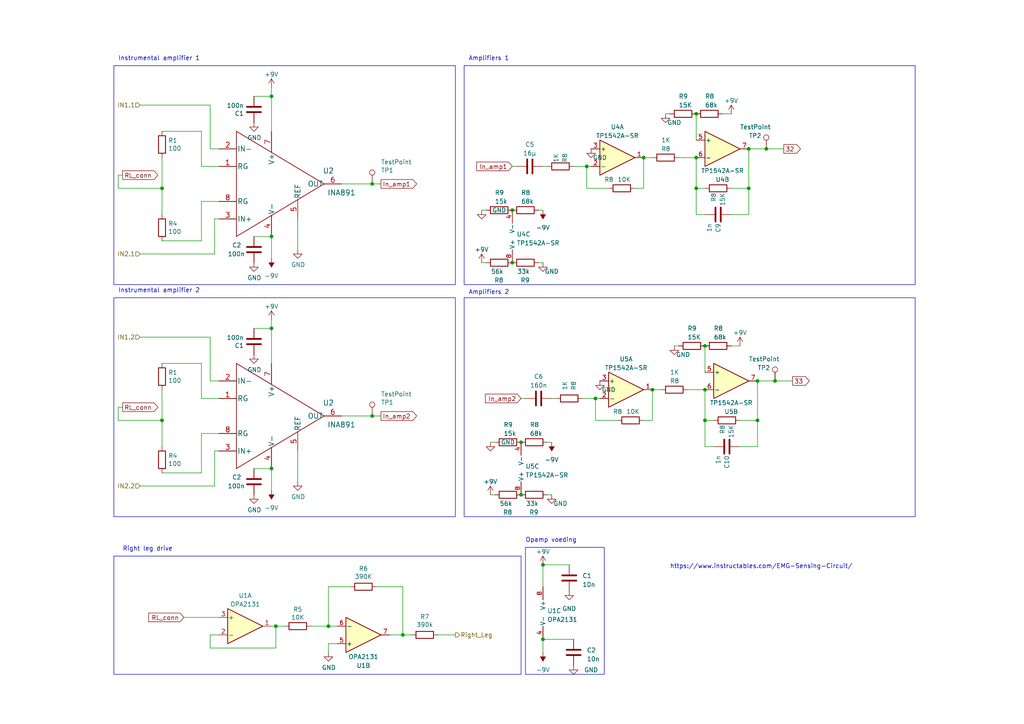
<source format=kicad_sch>
(kicad_sch (version 20230121) (generator eeschema)

  (uuid 0df47542-cab4-40e2-ac79-be13c46a0af2)

  (paper "A4")

  (lib_symbols
    (symbol "2023-03-22_10-42-32:INA121UAE4" (pin_names (offset 0.254)) (in_bom yes) (on_board yes)
      (property "Reference" "U1" (at 13.97 3.81 0)
        (effects (font (size 1.524 1.524)))
      )
      (property "Value" "INA121UAE4" (at 17.78 -2.54 0)
        (effects (font (size 1.524 1.524)))
      )
      (property "Footprint" "D0008A_N" (at -6.35 0 0)
        (effects (font (size 1.524 1.524)) hide)
      )
      (property "Datasheet" "" (at 0 0 0)
        (effects (font (size 1.524 1.524)))
      )
      (property "ki_locked" "" (at 0 0 0)
        (effects (font (size 1.27 1.27)))
      )
      (property "ki_fp_filters" "D0008A_N D0008A_M D0008A_L" (at 0 0 0)
        (effects (font (size 1.27 1.27)) hide)
      )
      (symbol "INA121UAE4_1_1"
        (polyline
          (pts
            (xy -12.7 -15.24)
            (xy -12.7 15.24)
          )
          (stroke (width 0.2032) (type solid))
          (fill (type none))
        )
        (polyline
          (pts
            (xy -12.7 15.24)
            (xy 12.7 0)
          )
          (stroke (width 0.2032) (type solid))
          (fill (type none))
        )
        (polyline
          (pts
            (xy 12.7 0)
            (xy -12.7 -15.24)
          )
          (stroke (width 0.2032) (type solid))
          (fill (type none))
        )
        (pin unspecified line (at -17.78 5.08 0) (length 5.08)
          (name "RG" (effects (font (size 1.4986 1.4986))))
          (number "1" (effects (font (size 1.4986 1.4986))))
        )
        (pin input line (at -17.78 10.16 0) (length 5.08)
          (name "IN-" (effects (font (size 1.4986 1.4986))))
          (number "2" (effects (font (size 1.4986 1.4986))))
        )
        (pin input line (at -17.78 -10.16 0) (length 5.08)
          (name "IN+" (effects (font (size 1.4986 1.4986))))
          (number "3" (effects (font (size 1.4986 1.4986))))
        )
        (pin power_in line (at -2.54 -15.24 90) (length 6.096)
          (name "V-" (effects (font (size 1.4986 1.4986))))
          (number "4" (effects (font (size 1.4986 1.4986))))
        )
        (pin input line (at 5.08 -10.16 90) (length 5.588)
          (name "REF" (effects (font (size 1.4986 1.4986))))
          (number "5" (effects (font (size 1.4986 1.4986))))
        )
        (pin output line (at 17.78 0 180) (length 5.08)
          (name "OUT" (effects (font (size 1.4986 1.4986))))
          (number "6" (effects (font (size 1.4986 1.4986))))
        )
        (pin power_in line (at -2.54 15.24 270) (length 6.096)
          (name "V+" (effects (font (size 1.4986 1.4986))))
          (number "7" (effects (font (size 1.4986 1.4986))))
        )
        (pin unspecified line (at -17.78 -5.08 0) (length 5.08)
          (name "RG" (effects (font (size 1.4986 1.4986))))
          (number "8" (effects (font (size 1.4986 1.4986))))
        )
      )
    )
    (symbol "Amplifier_Operational:ADA4610-2xR" (pin_names (offset 0.127)) (in_bom yes) (on_board yes)
      (property "Reference" "U" (at 2.54 6.35 0)
        (effects (font (size 1.27 1.27)) (justify left))
      )
      (property "Value" "ADA4610-2xR" (at 2.54 3.81 0)
        (effects (font (size 1.27 1.27)) (justify left))
      )
      (property "Footprint" "Package_SO:SOIC-8_3.9x4.9mm_P1.27mm" (at 2.54 0 0)
        (effects (font (size 1.27 1.27)) hide)
      )
      (property "Datasheet" "https://www.analog.com/media/en/technical-documentation/data-sheets/ADA4610-1_4610-2_4610-4.pdf" (at 6.35 3.81 0)
        (effects (font (size 1.27 1.27)) hide)
      )
      (property "ki_locked" "" (at 0 0 0)
        (effects (font (size 1.27 1.27)))
      )
      (property "ki_keywords" "dual opamp" (at 0 0 0)
        (effects (font (size 1.27 1.27)) hide)
      )
      (property "ki_description" "Dual Low Noise, Precision, Rail-to-Rail Output, JFET Op Amp, SOIC-8" (at 0 0 0)
        (effects (font (size 1.27 1.27)) hide)
      )
      (property "ki_fp_filters" "SOIC*3.9x4.9mm*P1.27mm*" (at 0 0 0)
        (effects (font (size 1.27 1.27)) hide)
      )
      (symbol "ADA4610-2xR_1_1"
        (polyline
          (pts
            (xy 5.08 0)
            (xy -5.08 5.08)
            (xy -5.08 -5.08)
            (xy 5.08 0)
          )
          (stroke (width 0.254) (type default))
          (fill (type background))
        )
        (pin output line (at 7.62 0 180) (length 2.54)
          (name "~" (effects (font (size 1.27 1.27))))
          (number "1" (effects (font (size 1.27 1.27))))
        )
        (pin input line (at -7.62 -2.54 0) (length 2.54)
          (name "-" (effects (font (size 1.27 1.27))))
          (number "2" (effects (font (size 1.27 1.27))))
        )
        (pin input line (at -7.62 2.54 0) (length 2.54)
          (name "+" (effects (font (size 1.27 1.27))))
          (number "3" (effects (font (size 1.27 1.27))))
        )
      )
      (symbol "ADA4610-2xR_2_1"
        (polyline
          (pts
            (xy 5.08 0)
            (xy -5.08 5.08)
            (xy -5.08 -5.08)
            (xy 5.08 0)
          )
          (stroke (width 0.254) (type default))
          (fill (type background))
        )
        (pin input line (at -7.62 2.54 0) (length 2.54)
          (name "+" (effects (font (size 1.27 1.27))))
          (number "5" (effects (font (size 1.27 1.27))))
        )
        (pin input line (at -7.62 -2.54 0) (length 2.54)
          (name "-" (effects (font (size 1.27 1.27))))
          (number "6" (effects (font (size 1.27 1.27))))
        )
        (pin output line (at 7.62 0 180) (length 2.54)
          (name "~" (effects (font (size 1.27 1.27))))
          (number "7" (effects (font (size 1.27 1.27))))
        )
      )
      (symbol "ADA4610-2xR_3_1"
        (pin power_in line (at 0 -7.62 90) (length 3.81)
          (name "V-" (effects (font (size 1.27 1.27))))
          (number "4" (effects (font (size 1.27 1.27))))
        )
        (pin power_in line (at 0 7.62 270) (length 3.81)
          (name "V+" (effects (font (size 1.27 1.27))))
          (number "8" (effects (font (size 1.27 1.27))))
        )
      )
    )
    (symbol "Connector:TestPoint" (pin_numbers hide) (pin_names (offset 0.762) hide) (in_bom yes) (on_board yes)
      (property "Reference" "TP" (at 0 6.858 0)
        (effects (font (size 1.27 1.27)))
      )
      (property "Value" "TestPoint" (at 0 5.08 0)
        (effects (font (size 1.27 1.27)))
      )
      (property "Footprint" "" (at 5.08 0 0)
        (effects (font (size 1.27 1.27)) hide)
      )
      (property "Datasheet" "~" (at 5.08 0 0)
        (effects (font (size 1.27 1.27)) hide)
      )
      (property "ki_keywords" "test point tp" (at 0 0 0)
        (effects (font (size 1.27 1.27)) hide)
      )
      (property "ki_description" "test point" (at 0 0 0)
        (effects (font (size 1.27 1.27)) hide)
      )
      (property "ki_fp_filters" "Pin* Test*" (at 0 0 0)
        (effects (font (size 1.27 1.27)) hide)
      )
      (symbol "TestPoint_0_1"
        (circle (center 0 3.302) (radius 0.762)
          (stroke (width 0) (type default))
          (fill (type none))
        )
      )
      (symbol "TestPoint_1_1"
        (pin passive line (at 0 0 90) (length 2.54)
          (name "1" (effects (font (size 1.27 1.27))))
          (number "1" (effects (font (size 1.27 1.27))))
        )
      )
    )
    (symbol "Device:C" (pin_numbers hide) (pin_names (offset 0.254)) (in_bom yes) (on_board yes)
      (property "Reference" "C" (at 0.635 2.54 0)
        (effects (font (size 1.27 1.27)) (justify left))
      )
      (property "Value" "C" (at 0.635 -2.54 0)
        (effects (font (size 1.27 1.27)) (justify left))
      )
      (property "Footprint" "" (at 0.9652 -3.81 0)
        (effects (font (size 1.27 1.27)) hide)
      )
      (property "Datasheet" "~" (at 0 0 0)
        (effects (font (size 1.27 1.27)) hide)
      )
      (property "ki_keywords" "cap capacitor" (at 0 0 0)
        (effects (font (size 1.27 1.27)) hide)
      )
      (property "ki_description" "Unpolarized capacitor" (at 0 0 0)
        (effects (font (size 1.27 1.27)) hide)
      )
      (property "ki_fp_filters" "C_*" (at 0 0 0)
        (effects (font (size 1.27 1.27)) hide)
      )
      (symbol "C_0_1"
        (polyline
          (pts
            (xy -2.032 -0.762)
            (xy 2.032 -0.762)
          )
          (stroke (width 0.508) (type default))
          (fill (type none))
        )
        (polyline
          (pts
            (xy -2.032 0.762)
            (xy 2.032 0.762)
          )
          (stroke (width 0.508) (type default))
          (fill (type none))
        )
      )
      (symbol "C_1_1"
        (pin passive line (at 0 3.81 270) (length 2.794)
          (name "~" (effects (font (size 1.27 1.27))))
          (number "1" (effects (font (size 1.27 1.27))))
        )
        (pin passive line (at 0 -3.81 90) (length 2.794)
          (name "~" (effects (font (size 1.27 1.27))))
          (number "2" (effects (font (size 1.27 1.27))))
        )
      )
    )
    (symbol "Device:R" (pin_numbers hide) (pin_names (offset 0)) (in_bom yes) (on_board yes)
      (property "Reference" "R" (at 2.032 0 90)
        (effects (font (size 1.27 1.27)))
      )
      (property "Value" "R" (at 0 0 90)
        (effects (font (size 1.27 1.27)))
      )
      (property "Footprint" "" (at -1.778 0 90)
        (effects (font (size 1.27 1.27)) hide)
      )
      (property "Datasheet" "~" (at 0 0 0)
        (effects (font (size 1.27 1.27)) hide)
      )
      (property "ki_keywords" "R res resistor" (at 0 0 0)
        (effects (font (size 1.27 1.27)) hide)
      )
      (property "ki_description" "Resistor" (at 0 0 0)
        (effects (font (size 1.27 1.27)) hide)
      )
      (property "ki_fp_filters" "R_*" (at 0 0 0)
        (effects (font (size 1.27 1.27)) hide)
      )
      (symbol "R_0_1"
        (rectangle (start -1.016 -2.54) (end 1.016 2.54)
          (stroke (width 0.254) (type default))
          (fill (type none))
        )
      )
      (symbol "R_1_1"
        (pin passive line (at 0 3.81 270) (length 1.27)
          (name "~" (effects (font (size 1.27 1.27))))
          (number "1" (effects (font (size 1.27 1.27))))
        )
        (pin passive line (at 0 -3.81 90) (length 1.27)
          (name "~" (effects (font (size 1.27 1.27))))
          (number "2" (effects (font (size 1.27 1.27))))
        )
      )
    )
    (symbol "power:+9V" (power) (pin_names (offset 0)) (in_bom yes) (on_board yes)
      (property "Reference" "#PWR" (at 0 -3.81 0)
        (effects (font (size 1.27 1.27)) hide)
      )
      (property "Value" "+9V" (at 0 3.556 0)
        (effects (font (size 1.27 1.27)))
      )
      (property "Footprint" "" (at 0 0 0)
        (effects (font (size 1.27 1.27)) hide)
      )
      (property "Datasheet" "" (at 0 0 0)
        (effects (font (size 1.27 1.27)) hide)
      )
      (property "ki_keywords" "global power" (at 0 0 0)
        (effects (font (size 1.27 1.27)) hide)
      )
      (property "ki_description" "Power symbol creates a global label with name \"+9V\"" (at 0 0 0)
        (effects (font (size 1.27 1.27)) hide)
      )
      (symbol "+9V_0_1"
        (polyline
          (pts
            (xy -0.762 1.27)
            (xy 0 2.54)
          )
          (stroke (width 0) (type default))
          (fill (type none))
        )
        (polyline
          (pts
            (xy 0 0)
            (xy 0 2.54)
          )
          (stroke (width 0) (type default))
          (fill (type none))
        )
        (polyline
          (pts
            (xy 0 2.54)
            (xy 0.762 1.27)
          )
          (stroke (width 0) (type default))
          (fill (type none))
        )
      )
      (symbol "+9V_1_1"
        (pin power_in line (at 0 0 90) (length 0) hide
          (name "+9V" (effects (font (size 1.27 1.27))))
          (number "1" (effects (font (size 1.27 1.27))))
        )
      )
    )
    (symbol "power:-9V" (power) (pin_names (offset 0)) (in_bom yes) (on_board yes)
      (property "Reference" "#PWR" (at 0 -3.175 0)
        (effects (font (size 1.27 1.27)) hide)
      )
      (property "Value" "-9V" (at 0 3.81 0)
        (effects (font (size 1.27 1.27)))
      )
      (property "Footprint" "" (at 0 0 0)
        (effects (font (size 1.27 1.27)) hide)
      )
      (property "Datasheet" "" (at 0 0 0)
        (effects (font (size 1.27 1.27)) hide)
      )
      (property "ki_keywords" "global power" (at 0 0 0)
        (effects (font (size 1.27 1.27)) hide)
      )
      (property "ki_description" "Power symbol creates a global label with name \"-9V\"" (at 0 0 0)
        (effects (font (size 1.27 1.27)) hide)
      )
      (symbol "-9V_0_1"
        (polyline
          (pts
            (xy 0 0)
            (xy 0 2.54)
          )
          (stroke (width 0) (type default))
          (fill (type none))
        )
        (polyline
          (pts
            (xy 0.762 1.27)
            (xy -0.762 1.27)
            (xy 0 2.54)
            (xy 0.762 1.27)
          )
          (stroke (width 0) (type default))
          (fill (type outline))
        )
      )
      (symbol "-9V_1_1"
        (pin power_in line (at 0 0 90) (length 0) hide
          (name "-9V" (effects (font (size 1.27 1.27))))
          (number "1" (effects (font (size 1.27 1.27))))
        )
      )
    )
    (symbol "power:GND" (power) (pin_names (offset 0)) (in_bom yes) (on_board yes)
      (property "Reference" "#PWR" (at 0 -6.35 0)
        (effects (font (size 1.27 1.27)) hide)
      )
      (property "Value" "GND" (at 0 -3.81 0)
        (effects (font (size 1.27 1.27)))
      )
      (property "Footprint" "" (at 0 0 0)
        (effects (font (size 1.27 1.27)) hide)
      )
      (property "Datasheet" "" (at 0 0 0)
        (effects (font (size 1.27 1.27)) hide)
      )
      (property "ki_keywords" "global power" (at 0 0 0)
        (effects (font (size 1.27 1.27)) hide)
      )
      (property "ki_description" "Power symbol creates a global label with name \"GND\" , ground" (at 0 0 0)
        (effects (font (size 1.27 1.27)) hide)
      )
      (symbol "GND_0_1"
        (polyline
          (pts
            (xy 0 0)
            (xy 0 -1.27)
            (xy 1.27 -1.27)
            (xy 0 -2.54)
            (xy -1.27 -1.27)
            (xy 0 -1.27)
          )
          (stroke (width 0) (type default))
          (fill (type none))
        )
      )
      (symbol "GND_1_1"
        (pin power_in line (at 0 0 270) (length 0) hide
          (name "GND" (effects (font (size 1.27 1.27))))
          (number "1" (effects (font (size 1.27 1.27))))
        )
      )
    )
  )

  (junction (at 78.74 135.89) (diameter 0) (color 0 0 0 0)
    (uuid 096be8e2-76d1-4615-acb0-d92ee9e70a00)
  )
  (junction (at 222.25 43.18) (diameter 0) (color 0 0 0 0)
    (uuid 0f298cf0-defe-44d3-96fd-baa51660b2da)
  )
  (junction (at 204.47 121.92) (diameter 0) (color 0 0 0 0)
    (uuid 38ec9712-c544-4af0-9852-27fe562d1f60)
  )
  (junction (at 186.69 45.72) (diameter 0) (color 0 0 0 0)
    (uuid 39a1f863-a5b9-436d-8fed-d7702a96b223)
  )
  (junction (at 219.71 110.49) (diameter 0) (color 0 0 0 0)
    (uuid 4063390e-115e-457e-9c3f-9fe75bee7096)
  )
  (junction (at 46.99 54.61) (diameter 0) (color 0 0 0 0)
    (uuid 47ace321-9207-4f3d-b88c-86757184a21b)
  )
  (junction (at 107.95 120.65) (diameter 0) (color 0 0 0 0)
    (uuid 50eba647-7865-4a89-9cdd-a9f6a2f72916)
  )
  (junction (at 78.74 27.94) (diameter 0) (color 0 0 0 0)
    (uuid 5d8571be-1358-4cb8-ae28-3bc2f35e2e4d)
  )
  (junction (at 46.99 121.92) (diameter 0) (color 0 0 0 0)
    (uuid 66376d45-d784-4049-83d1-7fdcc7f7341c)
  )
  (junction (at 189.23 113.03) (diameter 0) (color 0 0 0 0)
    (uuid 673c9b1b-fbe5-4f0f-a77a-1344c06e33fb)
  )
  (junction (at 80.01 181.61) (diameter 0) (color 0 0 0 0)
    (uuid 6f5ae34d-9257-4eae-8b9e-84a495239120)
  )
  (junction (at 201.93 45.72) (diameter 0) (color 0 0 0 0)
    (uuid 709b662d-9f0d-468f-9241-21e26f7a0eac)
  )
  (junction (at 107.95 53.34) (diameter 0) (color 0 0 0 0)
    (uuid 75495f40-fcb3-4d22-8ab0-28326f6a8c5c)
  )
  (junction (at 148.59 76.2) (diameter 0) (color 0 0 0 0)
    (uuid 75e87396-0046-4b2d-9c10-28815924f0aa)
  )
  (junction (at 201.93 33.02) (diameter 0) (color 0 0 0 0)
    (uuid 76e05323-eaa2-43d5-b116-34d34106b6de)
  )
  (junction (at 148.59 60.96) (diameter 0) (color 0 0 0 0)
    (uuid 7826eef7-01d5-4488-a02c-948cdd7fad7a)
  )
  (junction (at 78.74 95.25) (diameter 0) (color 0 0 0 0)
    (uuid 79b18c18-6a0a-4f7c-9634-557b256b04d4)
  )
  (junction (at 170.18 48.26) (diameter 0) (color 0 0 0 0)
    (uuid 82697dd4-559d-4067-92e5-de5377935388)
  )
  (junction (at 78.74 68.58) (diameter 0) (color 0 0 0 0)
    (uuid 8468936e-e2f4-4272-8673-ff73c0802fb7)
  )
  (junction (at 151.13 128.27) (diameter 0) (color 0 0 0 0)
    (uuid 85ce654e-ad2e-4175-91e0-f032159def24)
  )
  (junction (at 201.93 54.61) (diameter 0) (color 0 0 0 0)
    (uuid 885ba2ce-d5d7-4460-99e3-7b9cdfb60b3c)
  )
  (junction (at 204.47 113.03) (diameter 0) (color 0 0 0 0)
    (uuid 91ee3d15-f194-4be3-9f8d-d51d94c64efc)
  )
  (junction (at 157.48 163.83) (diameter 0) (color 0 0 0 0)
    (uuid 92ca7cbb-006e-4a84-bea8-0b676de31e57)
  )
  (junction (at 217.17 54.61) (diameter 0) (color 0 0 0 0)
    (uuid a2180cb1-584b-40e9-800c-4f25f8fb00fe)
  )
  (junction (at 116.84 184.15) (diameter 0) (color 0 0 0 0)
    (uuid b31bcbe4-e985-4dbb-8709-2fc638cc289d)
  )
  (junction (at 204.47 100.33) (diameter 0) (color 0 0 0 0)
    (uuid b32490e0-006c-4835-a528-823c08cf5661)
  )
  (junction (at 219.71 121.92) (diameter 0) (color 0 0 0 0)
    (uuid baecf94a-04f8-43f2-a800-db1fd460e59e)
  )
  (junction (at 217.17 43.18) (diameter 0) (color 0 0 0 0)
    (uuid c1f4a8a3-5d76-4665-ab1c-e032d7457230)
  )
  (junction (at 151.13 143.51) (diameter 0) (color 0 0 0 0)
    (uuid c6b03e28-6368-4c97-bef7-d9bb4e117cb4)
  )
  (junction (at 224.79 110.49) (diameter 0) (color 0 0 0 0)
    (uuid d911db50-336c-417a-99bd-008f45b9b05b)
  )
  (junction (at 172.72 115.57) (diameter 0) (color 0 0 0 0)
    (uuid f11a14f7-82da-4b0f-bd3a-fd254022ad4d)
  )
  (junction (at 157.48 185.42) (diameter 0) (color 0 0 0 0)
    (uuid f37f313f-e021-4c94-a3bf-5e16e1d6d024)
  )
  (junction (at 95.25 181.61) (diameter 0) (color 0 0 0 0)
    (uuid fd2ec4cc-4491-4352-a650-ff6a61dc3272)
  )

  (wire (pts (xy 78.74 135.89) (xy 78.74 142.24))
    (stroke (width 0) (type default))
    (uuid 02320b4b-555c-495d-a623-feef172e195e)
  )
  (wire (pts (xy 207.01 129.54) (xy 204.47 129.54))
    (stroke (width 0) (type default))
    (uuid 063719a5-63a7-414e-a095-d63560c1e325)
  )
  (wire (pts (xy 217.17 54.61) (xy 217.17 62.23))
    (stroke (width 0) (type default))
    (uuid 0653f624-0de4-4016-b82c-450fddf4fb74)
  )
  (wire (pts (xy 179.07 121.92) (xy 172.72 121.92))
    (stroke (width 0) (type default))
    (uuid 089ef7df-3963-4dd0-bb03-23a0e6c0edab)
  )
  (wire (pts (xy 116.84 184.15) (xy 116.84 170.18))
    (stroke (width 0) (type default))
    (uuid 0a7ea73c-525c-4c8b-a704-82eb80658244)
  )
  (wire (pts (xy 73.66 68.58) (xy 78.74 68.58))
    (stroke (width 0) (type default))
    (uuid 117337e0-2939-4edf-8145-c988fd5bc926)
  )
  (wire (pts (xy 116.84 184.15) (xy 119.38 184.15))
    (stroke (width 0) (type default))
    (uuid 1285f53b-e739-46da-ba26-72659c5b4450)
  )
  (wire (pts (xy 204.47 107.95) (xy 204.47 100.33))
    (stroke (width 0) (type default))
    (uuid 12b75aa1-a9dd-42f2-9936-85bea9ad6f47)
  )
  (wire (pts (xy 40.64 97.79) (xy 60.96 97.79))
    (stroke (width 0) (type default))
    (uuid 13ae462c-fc67-4f13-a726-8f9a404ebd60)
  )
  (wire (pts (xy 95.25 170.18) (xy 101.6 170.18))
    (stroke (width 0) (type default))
    (uuid 14ed0df9-775e-462e-8f3a-b0c85552eb6b)
  )
  (wire (pts (xy 80.01 181.61) (xy 80.01 187.96))
    (stroke (width 0) (type default))
    (uuid 1698c863-0abe-49c0-8d9b-32ce062df9e3)
  )
  (wire (pts (xy 172.72 115.57) (xy 173.99 115.57))
    (stroke (width 0) (type default))
    (uuid 17b01114-098d-4db6-8384-062b8f79d26c)
  )
  (wire (pts (xy 63.5 43.18) (xy 60.96 43.18))
    (stroke (width 0) (type default))
    (uuid 1ac22f05-da1e-4aad-ba9c-7cf8fc0a8f67)
  )
  (wire (pts (xy 219.71 129.54) (xy 214.63 129.54))
    (stroke (width 0) (type default))
    (uuid 1bc9499f-a4b6-4659-b469-9ef1c9f1e24e)
  )
  (wire (pts (xy 113.03 184.15) (xy 116.84 184.15))
    (stroke (width 0) (type default))
    (uuid 1f5370e0-4774-48fd-bde9-a8a8356aa81b)
  )
  (wire (pts (xy 148.59 48.26) (xy 149.86 48.26))
    (stroke (width 0) (type default))
    (uuid 1fa2587b-6d99-4bbd-b66d-330114b28b14)
  )
  (wire (pts (xy 157.48 48.26) (xy 158.75 48.26))
    (stroke (width 0) (type default))
    (uuid 1ff64a40-9fa0-4dcc-8d85-58eddccb6144)
  )
  (wire (pts (xy 219.71 121.92) (xy 219.71 129.54))
    (stroke (width 0) (type default))
    (uuid 221152f7-30d8-40ca-aaa8-4c785171c835)
  )
  (wire (pts (xy 214.63 100.33) (xy 212.09 100.33))
    (stroke (width 0) (type default))
    (uuid 256fc58f-475e-47a2-80b1-66119d3289d2)
  )
  (wire (pts (xy 46.99 105.41) (xy 58.42 105.41))
    (stroke (width 0) (type default))
    (uuid 25f371f0-fde3-4800-a490-25e8d67ed169)
  )
  (wire (pts (xy 40.64 73.66) (xy 62.23 73.66))
    (stroke (width 0) (type default))
    (uuid 26d9ee57-60db-4ae2-a63b-76dbd4286a62)
  )
  (wire (pts (xy 207.01 121.92) (xy 204.47 121.92))
    (stroke (width 0) (type default))
    (uuid 27b23e2a-ca6c-413e-a077-d655217c4d53)
  )
  (wire (pts (xy 204.47 113.03) (xy 204.47 121.92))
    (stroke (width 0) (type default))
    (uuid 28a7a3cf-4602-4ebf-a376-3164c05ab503)
  )
  (wire (pts (xy 204.47 54.61) (xy 201.93 54.61))
    (stroke (width 0) (type default))
    (uuid 28cd55d4-d5c5-4e3a-a480-223e6f0125d0)
  )
  (wire (pts (xy 58.42 48.26) (xy 58.42 38.1))
    (stroke (width 0) (type default))
    (uuid 2c891862-3078-4150-b830-b9e9c8785935)
  )
  (wire (pts (xy 73.66 95.25) (xy 78.74 95.25))
    (stroke (width 0) (type default))
    (uuid 2d54b9ec-8a63-4fd7-ad36-7fcd7d6dc1a1)
  )
  (wire (pts (xy 46.99 54.61) (xy 46.99 62.23))
    (stroke (width 0) (type default))
    (uuid 2d5b7595-adb3-4626-ba44-637aa03733c2)
  )
  (wire (pts (xy 80.01 181.61) (xy 82.55 181.61))
    (stroke (width 0) (type default))
    (uuid 2fd898ba-8832-447e-9b57-b5d2ed5f7b4c)
  )
  (wire (pts (xy 53.34 179.07) (xy 63.5 179.07))
    (stroke (width 0) (type default))
    (uuid 353593a1-932f-43e2-9a66-52dcd1ae3836)
  )
  (wire (pts (xy 157.48 60.96) (xy 156.21 60.96))
    (stroke (width 0) (type default))
    (uuid 36bfd12d-656f-47f7-8bdd-8c8b4d4986b0)
  )
  (wire (pts (xy 34.29 54.61) (xy 46.99 54.61))
    (stroke (width 0) (type default))
    (uuid 36f34e53-23d5-4a3a-824a-50f9e55529aa)
  )
  (wire (pts (xy 170.18 54.61) (xy 170.18 48.26))
    (stroke (width 0) (type default))
    (uuid 392c497c-f3a8-4203-8385-b50aa9a31740)
  )
  (wire (pts (xy 199.39 113.03) (xy 204.47 113.03))
    (stroke (width 0) (type default))
    (uuid 3d43c287-46af-485d-aada-af33074f4ec2)
  )
  (wire (pts (xy 34.29 54.61) (xy 34.29 50.8))
    (stroke (width 0) (type default))
    (uuid 3e01fd5c-8868-4b27-bb58-1132c08d3eea)
  )
  (wire (pts (xy 63.5 48.26) (xy 58.42 48.26))
    (stroke (width 0) (type default))
    (uuid 3e4d2bc0-06d2-4233-8c84-4fc46718543b)
  )
  (wire (pts (xy 95.25 170.18) (xy 95.25 181.61))
    (stroke (width 0) (type default))
    (uuid 3f023ed7-c84b-4e25-a2d5-f5c6e99f3081)
  )
  (wire (pts (xy 34.29 121.92) (xy 34.29 118.11))
    (stroke (width 0) (type default))
    (uuid 429646e2-bfa5-453e-b1a2-32a286922b71)
  )
  (wire (pts (xy 60.96 184.15) (xy 63.5 184.15))
    (stroke (width 0) (type default))
    (uuid 42cca5a4-de86-41d1-801b-4af29b725f16)
  )
  (wire (pts (xy 217.17 62.23) (xy 212.09 62.23))
    (stroke (width 0) (type default))
    (uuid 43a7a8f6-f20a-40b2-b1ff-dca8afc62631)
  )
  (wire (pts (xy 46.99 137.16) (xy 58.42 137.16))
    (stroke (width 0) (type default))
    (uuid 44e2b9c0-053b-4589-bfa7-2d282c6dedc8)
  )
  (wire (pts (xy 160.02 115.57) (xy 161.29 115.57))
    (stroke (width 0) (type default))
    (uuid 45f4fdab-f230-4405-abfc-dff620ff7415)
  )
  (wire (pts (xy 176.53 54.61) (xy 170.18 54.61))
    (stroke (width 0) (type default))
    (uuid 492690f3-2a30-4f6d-8270-c6819e8e6425)
  )
  (wire (pts (xy 196.85 45.72) (xy 201.93 45.72))
    (stroke (width 0) (type default))
    (uuid 4ebdfc8e-9030-4f10-a9d7-756b27e7fa8b)
  )
  (wire (pts (xy 73.66 27.94) (xy 78.74 27.94))
    (stroke (width 0) (type default))
    (uuid 5334f73d-ab98-4be9-8836-0b812de0da62)
  )
  (wire (pts (xy 78.74 95.25) (xy 78.74 105.41))
    (stroke (width 0) (type default))
    (uuid 5427c613-93f1-4552-939b-69c2d4274e6d)
  )
  (wire (pts (xy 214.63 121.92) (xy 219.71 121.92))
    (stroke (width 0) (type default))
    (uuid 54f6ae3c-abe0-412c-9b3b-2bce499af099)
  )
  (wire (pts (xy 95.25 186.69) (xy 95.25 189.23))
    (stroke (width 0) (type default))
    (uuid 555a464a-7c7d-455c-bc69-9707693488a4)
  )
  (wire (pts (xy 186.69 45.72) (xy 189.23 45.72))
    (stroke (width 0) (type default))
    (uuid 58f2ae2d-893b-4b63-ba6b-ef94cd41c1cb)
  )
  (wire (pts (xy 107.95 120.65) (xy 110.49 120.65))
    (stroke (width 0) (type default))
    (uuid 5ac5a7f6-6dca-4e78-9904-69f54cd7f968)
  )
  (wire (pts (xy 58.42 115.57) (xy 58.42 105.41))
    (stroke (width 0) (type default))
    (uuid 5c90d7cc-4b60-4ceb-b5dd-f7912fb15dd0)
  )
  (wire (pts (xy 58.42 137.16) (xy 58.42 125.73))
    (stroke (width 0) (type default))
    (uuid 5d9211de-ada1-46f5-8586-0e91d87c2a3b)
  )
  (wire (pts (xy 201.93 45.72) (xy 201.93 54.61))
    (stroke (width 0) (type default))
    (uuid 619f34b6-6147-4dda-884c-0dc7f27192b7)
  )
  (wire (pts (xy 217.17 54.61) (xy 217.17 43.18))
    (stroke (width 0) (type default))
    (uuid 69cde385-df3b-476b-ab22-634078fc4bb6)
  )
  (wire (pts (xy 95.25 181.61) (xy 90.17 181.61))
    (stroke (width 0) (type default))
    (uuid 709d489c-feeb-477a-a6ab-6473fd7029de)
  )
  (wire (pts (xy 40.64 140.97) (xy 62.23 140.97))
    (stroke (width 0) (type default))
    (uuid 77e8916f-7b99-46eb-9e12-07b4abdbe2df)
  )
  (wire (pts (xy 86.36 63.5) (xy 86.36 72.39))
    (stroke (width 0) (type default))
    (uuid 7a2a7451-ad6d-4e82-898e-3a2301dd2f7a)
  )
  (wire (pts (xy 170.18 48.26) (xy 171.45 48.26))
    (stroke (width 0) (type default))
    (uuid 7ac2ef71-bc76-40e5-b9c1-9e6f8dc7aa1d)
  )
  (wire (pts (xy 46.99 69.85) (xy 58.42 69.85))
    (stroke (width 0) (type default))
    (uuid 7df2bf49-5b63-4608-8ea7-36500b9b9cac)
  )
  (wire (pts (xy 186.69 45.72) (xy 186.69 54.61))
    (stroke (width 0) (type default))
    (uuid 80d5c8c5-731b-404b-9739-b6f11b5ccbb6)
  )
  (wire (pts (xy 63.5 115.57) (xy 58.42 115.57))
    (stroke (width 0) (type default))
    (uuid 829bf394-cecb-4f26-96d7-8bf4cafded1d)
  )
  (wire (pts (xy 78.74 68.58) (xy 78.74 74.93))
    (stroke (width 0) (type default))
    (uuid 82b15c58-c4f2-4b94-8878-71ad64e123ca)
  )
  (wire (pts (xy 78.74 92.71) (xy 78.74 95.25))
    (stroke (width 0) (type default))
    (uuid 87602288-9b64-4538-ba5a-77bcdd6f4605)
  )
  (wire (pts (xy 157.48 185.42) (xy 157.48 189.23))
    (stroke (width 0) (type default))
    (uuid 8c1ade12-7a36-4226-ac97-188e6173bf91)
  )
  (wire (pts (xy 46.99 113.03) (xy 46.99 121.92))
    (stroke (width 0) (type default))
    (uuid 8e120827-5a6f-4074-9421-dadb098ab0c4)
  )
  (wire (pts (xy 166.37 48.26) (xy 170.18 48.26))
    (stroke (width 0) (type default))
    (uuid 8f3f7e4c-06e9-49c2-a9ef-9a5203f30c10)
  )
  (wire (pts (xy 46.99 121.92) (xy 46.99 129.54))
    (stroke (width 0) (type default))
    (uuid 8fad5824-a6aa-491b-b83c-47e515e3b5b4)
  )
  (wire (pts (xy 62.23 63.5) (xy 63.5 63.5))
    (stroke (width 0) (type default))
    (uuid 928ada03-5dd3-4072-a8e1-bd5de74f89c7)
  )
  (wire (pts (xy 34.29 118.11) (xy 35.56 118.11))
    (stroke (width 0) (type default))
    (uuid 95c809e6-c96a-45f3-b2c2-607ab98a3354)
  )
  (wire (pts (xy 109.22 170.18) (xy 116.84 170.18))
    (stroke (width 0) (type default))
    (uuid 97652e90-af4a-4094-b3ee-ec026f0014b9)
  )
  (wire (pts (xy 40.64 30.48) (xy 60.96 30.48))
    (stroke (width 0) (type default))
    (uuid 9789ff7f-616d-4893-a1da-5ca52b7f61b2)
  )
  (wire (pts (xy 62.23 63.5) (xy 62.23 73.66))
    (stroke (width 0) (type default))
    (uuid 980ee0f2-acd4-442c-8971-096233fca152)
  )
  (wire (pts (xy 189.23 113.03) (xy 191.77 113.03))
    (stroke (width 0) (type default))
    (uuid 9eff6e32-d928-4295-a241-ef7cd5adbb7d)
  )
  (wire (pts (xy 219.71 121.92) (xy 219.71 110.49))
    (stroke (width 0) (type default))
    (uuid a12b0f9f-2bf4-4fa5-9cc0-6d4a6bf4c5da)
  )
  (wire (pts (xy 58.42 58.42) (xy 63.5 58.42))
    (stroke (width 0) (type default))
    (uuid a19048ec-613a-4c99-8873-82549750394d)
  )
  (wire (pts (xy 95.25 181.61) (xy 97.79 181.61))
    (stroke (width 0) (type default))
    (uuid a1e6257f-a3d7-4714-9f9a-1d49b56f0d5e)
  )
  (wire (pts (xy 99.06 53.34) (xy 107.95 53.34))
    (stroke (width 0) (type default))
    (uuid a3c7296c-4fff-4c8f-ac72-2691969407cd)
  )
  (wire (pts (xy 195.58 100.33) (xy 196.85 100.33))
    (stroke (width 0) (type default))
    (uuid a5d6d792-41bb-408d-b60c-8bb38fc1c10a)
  )
  (wire (pts (xy 58.42 125.73) (xy 63.5 125.73))
    (stroke (width 0) (type default))
    (uuid a625751c-ea80-46a5-8e3a-a963e9309980)
  )
  (wire (pts (xy 80.01 187.96) (xy 60.96 187.96))
    (stroke (width 0) (type default))
    (uuid b0403ff5-6608-4317-9be4-1c76a1d27b68)
  )
  (wire (pts (xy 62.23 130.81) (xy 62.23 140.97))
    (stroke (width 0) (type default))
    (uuid b3de96e4-181b-457a-bd02-b46ede0020f7)
  )
  (wire (pts (xy 186.69 121.92) (xy 189.23 121.92))
    (stroke (width 0) (type default))
    (uuid b4264203-cced-4da6-b3c2-4a3b3466c24d)
  )
  (wire (pts (xy 78.74 27.94) (xy 78.74 38.1))
    (stroke (width 0) (type default))
    (uuid b657b640-ae39-4fe6-9ea7-cc62a6a931d7)
  )
  (wire (pts (xy 142.24 128.27) (xy 143.51 128.27))
    (stroke (width 0) (type default))
    (uuid b7411209-04e7-42b0-b78b-48bd0005e75d)
  )
  (wire (pts (xy 217.17 43.18) (xy 222.25 43.18))
    (stroke (width 0) (type default))
    (uuid b7a456ab-03cb-439d-93c9-6d674c447dcc)
  )
  (wire (pts (xy 189.23 113.03) (xy 189.23 121.92))
    (stroke (width 0) (type default))
    (uuid b7b7b8ed-e177-4d4f-99bc-9caaff13c3a7)
  )
  (wire (pts (xy 222.25 43.18) (xy 227.33 43.18))
    (stroke (width 0) (type default))
    (uuid b934b783-08ef-47d0-a35c-b8872ba3b053)
  )
  (wire (pts (xy 73.66 135.89) (xy 78.74 135.89))
    (stroke (width 0) (type default))
    (uuid b977b6de-92a6-4a3d-8e23-64136125c05c)
  )
  (wire (pts (xy 157.48 185.42) (xy 166.37 185.42))
    (stroke (width 0) (type default))
    (uuid bbb65506-2e1b-493e-b981-df863f201b18)
  )
  (wire (pts (xy 172.72 121.92) (xy 172.72 115.57))
    (stroke (width 0) (type default))
    (uuid c30b5893-5e7d-41cc-a3f6-1006ef263985)
  )
  (wire (pts (xy 139.7 76.2) (xy 140.97 76.2))
    (stroke (width 0) (type default))
    (uuid c361e554-95fb-40af-be8d-9ca1de04eca1)
  )
  (wire (pts (xy 34.29 121.92) (xy 46.99 121.92))
    (stroke (width 0) (type default))
    (uuid c4f284db-141f-46b4-ab93-86bdfa9523e0)
  )
  (wire (pts (xy 219.71 110.49) (xy 224.79 110.49))
    (stroke (width 0) (type default))
    (uuid c76c68c4-4e98-4a86-9ae4-997291d13d5d)
  )
  (wire (pts (xy 107.95 53.34) (xy 110.49 53.34))
    (stroke (width 0) (type default))
    (uuid cdc10264-f080-4e7d-81ad-e65ff56dee7b)
  )
  (wire (pts (xy 127 184.15) (xy 132.08 184.15))
    (stroke (width 0) (type default))
    (uuid ce1a1696-d43e-4842-9c73-01e813405989)
  )
  (wire (pts (xy 184.15 54.61) (xy 186.69 54.61))
    (stroke (width 0) (type default))
    (uuid cf8c31ae-9e65-4bd3-a0d8-eb0cdfb376bf)
  )
  (wire (pts (xy 201.93 62.23) (xy 201.93 54.61))
    (stroke (width 0) (type default))
    (uuid d0c6a81d-bbad-4326-816c-783413e53ebe)
  )
  (wire (pts (xy 58.42 69.85) (xy 58.42 58.42))
    (stroke (width 0) (type default))
    (uuid d142c1b8-8058-46af-8442-e550c41840b1)
  )
  (wire (pts (xy 204.47 129.54) (xy 204.47 121.92))
    (stroke (width 0) (type default))
    (uuid d173c7a6-49d0-496f-abcf-80ad1e5c6af1)
  )
  (wire (pts (xy 60.96 187.96) (xy 60.96 184.15))
    (stroke (width 0) (type default))
    (uuid d1f37f15-702b-4c54-8a04-2b718492e1e7)
  )
  (wire (pts (xy 95.25 186.69) (xy 97.79 186.69))
    (stroke (width 0) (type default))
    (uuid d2119fac-e3e9-475a-bfe0-c35c175d9d52)
  )
  (wire (pts (xy 193.04 33.02) (xy 194.31 33.02))
    (stroke (width 0) (type default))
    (uuid d633a3b9-5e16-4e6c-974f-16001c801fa7)
  )
  (wire (pts (xy 204.47 62.23) (xy 201.93 62.23))
    (stroke (width 0) (type default))
    (uuid d7597522-816f-4d78-855d-2612b80c1158)
  )
  (wire (pts (xy 157.48 76.2) (xy 156.21 76.2))
    (stroke (width 0) (type default))
    (uuid ddbe3adc-e3d5-47c1-833f-cb23e33971f7)
  )
  (wire (pts (xy 157.48 163.83) (xy 157.48 170.18))
    (stroke (width 0) (type default))
    (uuid def89def-2dbb-4443-8322-aee30a64e188)
  )
  (wire (pts (xy 224.79 110.49) (xy 229.87 110.49))
    (stroke (width 0) (type default))
    (uuid e1b88b7c-00f1-4f19-91bd-dc26c68befa7)
  )
  (wire (pts (xy 34.29 50.8) (xy 35.56 50.8))
    (stroke (width 0) (type default))
    (uuid e2079d9d-b9d7-4ec8-8396-77181329bf83)
  )
  (wire (pts (xy 78.74 181.61) (xy 80.01 181.61))
    (stroke (width 0) (type default))
    (uuid e217ad60-f095-4f4f-8955-e8230abc5953)
  )
  (wire (pts (xy 63.5 110.49) (xy 60.96 110.49))
    (stroke (width 0) (type default))
    (uuid e366c40e-e9d5-4cc6-b057-a39c8333dca6)
  )
  (wire (pts (xy 62.23 130.81) (xy 63.5 130.81))
    (stroke (width 0) (type default))
    (uuid e4b82c5c-cb71-4778-be58-b821e7e2cea1)
  )
  (wire (pts (xy 212.09 54.61) (xy 217.17 54.61))
    (stroke (width 0) (type default))
    (uuid e56ac816-0536-4cd0-8894-7053a5abd970)
  )
  (wire (pts (xy 78.74 25.4) (xy 78.74 27.94))
    (stroke (width 0) (type default))
    (uuid e738fb1d-4f95-4ffd-8c3d-b1d622230171)
  )
  (wire (pts (xy 60.96 110.49) (xy 60.96 97.79))
    (stroke (width 0) (type default))
    (uuid e8ae0484-26c0-403c-b97f-713ca52ab5f9)
  )
  (wire (pts (xy 99.06 120.65) (xy 107.95 120.65))
    (stroke (width 0) (type default))
    (uuid e9488d9d-e72d-4da1-abff-3bcf9a43206a)
  )
  (wire (pts (xy 60.96 43.18) (xy 60.96 30.48))
    (stroke (width 0) (type default))
    (uuid ea01b894-2077-417f-a16b-bbd1c921ccce)
  )
  (wire (pts (xy 201.93 40.64) (xy 201.93 33.02))
    (stroke (width 0) (type default))
    (uuid eaf8a6b2-9283-486a-b5ac-08f8a733add3)
  )
  (wire (pts (xy 168.91 115.57) (xy 172.72 115.57))
    (stroke (width 0) (type default))
    (uuid ec510a88-9278-418a-95d7-14509b2e16fd)
  )
  (wire (pts (xy 160.02 143.51) (xy 158.75 143.51))
    (stroke (width 0) (type default))
    (uuid ed3cba06-a6f0-4560-8435-96912040135d)
  )
  (wire (pts (xy 46.99 45.72) (xy 46.99 54.61))
    (stroke (width 0) (type default))
    (uuid ed49d12a-c55c-4c95-948c-0cb53449959f)
  )
  (wire (pts (xy 142.24 143.51) (xy 143.51 143.51))
    (stroke (width 0) (type default))
    (uuid f24a0191-7ec4-47a8-94ad-ac514cf0aec9)
  )
  (wire (pts (xy 86.36 130.81) (xy 86.36 139.7))
    (stroke (width 0) (type default))
    (uuid f49a5957-f788-4af7-af63-a922d00fec2d)
  )
  (wire (pts (xy 151.13 115.57) (xy 152.4 115.57))
    (stroke (width 0) (type default))
    (uuid f5062610-8931-416b-ac40-1c7dbb95e224)
  )
  (wire (pts (xy 139.7 60.96) (xy 140.97 60.96))
    (stroke (width 0) (type default))
    (uuid f619f2a3-75cc-407a-99f3-d5214dda35f3)
  )
  (wire (pts (xy 212.09 33.02) (xy 209.55 33.02))
    (stroke (width 0) (type default))
    (uuid f6fe772b-daaa-41d3-b132-6109713d0e67)
  )
  (wire (pts (xy 46.99 38.1) (xy 58.42 38.1))
    (stroke (width 0) (type default))
    (uuid f9e30785-c47b-4eb9-8c4a-f7ccd08cae08)
  )
  (wire (pts (xy 160.02 128.27) (xy 158.75 128.27))
    (stroke (width 0) (type default))
    (uuid fc30519a-427c-4a95-a927-8d9d770b788a)
  )
  (wire (pts (xy 157.48 163.83) (xy 165.1 163.83))
    (stroke (width 0) (type default))
    (uuid fd59c1ed-cd9f-48de-be86-a6d3be570bad)
  )

  (rectangle (start 33.02 19.05) (end 132.08 82.55)
    (stroke (width 0) (type default))
    (fill (type none))
    (uuid 02abe52d-74bb-4cbd-89ca-2d219768e25b)
  )
  (rectangle (start 33.02 86.36) (end 132.08 149.86)
    (stroke (width 0) (type default))
    (fill (type none))
    (uuid 17fb9871-594a-4802-b6db-712152dfb029)
  )
  (rectangle (start 134.62 86.36) (end 265.43 149.86)
    (stroke (width 0) (type default))
    (fill (type none))
    (uuid 1d0cf354-0136-4b04-b04e-ebb5fd381503)
  )
  (rectangle (start 152.4 158.75) (end 175.26 195.58)
    (stroke (width 0) (type default))
    (fill (type none))
    (uuid 34f97a88-3ff6-4d98-b22e-71fbb29ef761)
  )
  (rectangle (start 134.62 19.05) (end 265.43 82.55)
    (stroke (width 0) (type default))
    (fill (type none))
    (uuid a0bb86b9-0f2f-4d81-abec-be9c23cd433d)
  )
  (rectangle (start 33.02 161.29) (end 151.13 195.58)
    (stroke (width 0) (type default))
    (fill (type none))
    (uuid cfe8dfa1-c7c7-41db-bd86-24ef8e1d19b0)
  )

  (text "Instrumental amplifier 1" (at 34.29 17.78 0)
    (effects (font (size 1.27 1.27)) (justify left bottom))
    (uuid 2be6d6e1-4efe-4b73-be35-809cf02ef924)
  )
  (text "Amplifiers 1\n" (at 135.89 17.78 0)
    (effects (font (size 1.27 1.27)) (justify left bottom))
    (uuid 2d6ae575-02d0-46f2-97a3-c3827b0977ee)
  )
  (text "Right leg drive" (at 35.56 160.02 0)
    (effects (font (size 1.27 1.27)) (justify left bottom))
    (uuid 781a22ad-041c-4425-bc0f-bc8a2e705c53)
  )
  (text "Opamp voeding" (at 152.4 157.48 0)
    (effects (font (size 1.27 1.27)) (justify left bottom))
    (uuid 91398652-6bbb-4405-a544-ebec002d2dc2)
  )
  (text "Instrumental amplifier 2\n" (at 34.29 85.09 0)
    (effects (font (size 1.27 1.27)) (justify left bottom))
    (uuid ae9f3e28-33b5-46a0-b6a1-f1610f4c6231)
  )
  (text "https://www.instructables.com/EMG-Sensing-Circuit/"
    (at 194.31 165.1 0)
    (effects (font (size 1.27 1.27)) (justify left bottom))
    (uuid dbdda248-ae9f-4769-9bff-60e25b0d3b46)
  )
  (text "Amplifiers 2\n\n" (at 135.89 87.63 0)
    (effects (font (size 1.27 1.27)) (justify left bottom))
    (uuid e8c2a8c4-9512-45e1-96a2-a791e597bde7)
  )

  (global_label "In_amp2" (shape output) (at 110.49 120.65 0) (fields_autoplaced)
    (effects (font (size 1.27 1.27)) (justify left))
    (uuid 0e00bb07-16ba-4bd4-a056-d78afc842354)
    (property "Intersheetrefs" "${INTERSHEET_REFS}" (at 121.318 120.65 0)
      (effects (font (size 1.27 1.27)) (justify left) hide)
    )
  )
  (global_label "RL_conn" (shape output) (at 35.56 50.8 0) (fields_autoplaced)
    (effects (font (size 1.27 1.27)) (justify left))
    (uuid 28550380-d7c2-4bf9-929c-ceebc936af30)
    (property "Intersheetrefs" "${INTERSHEET_REFS}" (at 45.6129 50.8 0)
      (effects (font (size 1.27 1.27)) (justify left) hide)
    )
  )
  (global_label "33" (shape output) (at 229.87 110.49 0) (fields_autoplaced)
    (effects (font (size 1.27 1.27)) (justify left))
    (uuid 38ef054b-d92d-4e54-864a-e4b57cde29ac)
    (property "Intersheetrefs" "${INTERSHEET_REFS}" (at 235.1948 110.49 0)
      (effects (font (size 1.27 1.27)) (justify left) hide)
    )
  )
  (global_label "RL_conn" (shape output) (at 35.56 118.11 0) (fields_autoplaced)
    (effects (font (size 1.27 1.27)) (justify left))
    (uuid 5d794836-6f73-4294-a04c-578fa1172c6c)
    (property "Intersheetrefs" "${INTERSHEET_REFS}" (at 45.6129 118.11 0)
      (effects (font (size 1.27 1.27)) (justify left) hide)
    )
  )
  (global_label "In_amp1" (shape output) (at 110.49 53.34 0) (fields_autoplaced)
    (effects (font (size 1.27 1.27)) (justify left))
    (uuid 70eac028-edf1-42de-8b4e-c483e05fa113)
    (property "Intersheetrefs" "${INTERSHEET_REFS}" (at 121.318 53.34 0)
      (effects (font (size 1.27 1.27)) (justify left) hide)
    )
  )
  (global_label "In_amp2" (shape input) (at 151.13 115.57 180) (fields_autoplaced)
    (effects (font (size 1.27 1.27)) (justify right))
    (uuid a2d3741e-7dd2-4d77-b7b1-fdb03075e31f)
    (property "Intersheetrefs" "${INTERSHEET_REFS}" (at 140.302 115.57 0)
      (effects (font (size 1.27 1.27)) (justify right) hide)
    )
  )
  (global_label "RL_conn" (shape input) (at 53.34 179.07 180) (fields_autoplaced)
    (effects (font (size 1.27 1.27)) (justify right))
    (uuid b7cd6574-acf6-4886-bbe2-008a54d4db3a)
    (property "Intersheetrefs" "${INTERSHEET_REFS}" (at 43.2871 179.07 0)
      (effects (font (size 1.27 1.27)) (justify right) hide)
    )
  )
  (global_label "32" (shape output) (at 227.33 43.18 0) (fields_autoplaced)
    (effects (font (size 1.27 1.27)) (justify left))
    (uuid e7c783be-9efe-492c-988f-11c972af3e0e)
    (property "Intersheetrefs" "${INTERSHEET_REFS}" (at -12.7 -7.62 0)
      (effects (font (size 1.27 1.27)) hide)
    )
  )
  (global_label "In_amp1" (shape input) (at 148.59 48.26 180) (fields_autoplaced)
    (effects (font (size 1.27 1.27)) (justify right))
    (uuid fa4f9053-c1c8-4429-8e3e-bfc8e0709c99)
    (property "Intersheetrefs" "${INTERSHEET_REFS}" (at 137.762 48.26 0)
      (effects (font (size 1.27 1.27)) (justify right) hide)
    )
  )

  (hierarchical_label "IN1.1" (shape input) (at 40.64 30.48 180) (fields_autoplaced)
    (effects (font (size 1.27 1.27)) (justify right))
    (uuid 17980ac9-a7cf-4efd-ad68-592e03e01f77)
    (property "Intersheetrefs" "${INTERSHEET_REFS}" (at 33.5376 30.48 0)
      (effects (font (size 1.27 1.27)) (justify right) hide)
    )
  )
  (hierarchical_label "IN2.1" (shape input) (at 40.64 73.66 180) (fields_autoplaced)
    (effects (font (size 1.27 1.27)) (justify right))
    (uuid 401c2e07-64aa-4d7d-9870-304f715096cd)
    (property "Intersheetrefs" "${INTERSHEET_REFS}" (at 33.5376 73.66 0)
      (effects (font (size 1.27 1.27)) (justify right) hide)
    )
  )
  (hierarchical_label "IN1.2" (shape input) (at 40.64 97.79 180) (fields_autoplaced)
    (effects (font (size 1.27 1.27)) (justify right))
    (uuid 48a85049-418f-4e7c-a1d6-7189a14cd435)
    (property "Intersheetrefs" "${INTERSHEET_REFS}" (at 33.5376 97.79 0)
      (effects (font (size 1.27 1.27)) (justify right) hide)
    )
  )
  (hierarchical_label "IN2.2" (shape input) (at 40.64 140.97 180) (fields_autoplaced)
    (effects (font (size 1.27 1.27)) (justify right))
    (uuid 4e066a52-0730-4ca9-acfb-11d84e5f43be)
    (property "Intersheetrefs" "${INTERSHEET_REFS}" (at 33.5376 140.97 0)
      (effects (font (size 1.27 1.27)) (justify right) hide)
    )
  )
  (hierarchical_label "Right_Leg" (shape output) (at 132.08 184.15 0) (fields_autoplaced)
    (effects (font (size 1.27 1.27)) (justify left))
    (uuid f8e824aa-8f4a-439d-918f-661d2f957a82)
    (property "Intersheetrefs" "${INTERSHEET_REFS}" (at -93.98 134.62 0)
      (effects (font (size 1.27 1.27)) hide)
    )
  )

  (symbol (lib_id "Connector:TestPoint") (at 107.95 120.65 0) (unit 1)
    (in_bom yes) (on_board yes) (dnp no)
    (uuid 00cdf893-b9cb-4b12-a985-dc6a0d6120dd)
    (property "Reference" "TP1" (at 110.49 116.713 0)
      (effects (font (size 1.27 1.27)) (justify left))
    )
    (property "Value" "TestPoint" (at 110.49 114.3 0)
      (effects (font (size 1.27 1.27)) (justify left))
    )
    (property "Footprint" "TestPoint:TestPoint_Pad_1.0x1.0mm" (at 113.03 120.65 0)
      (effects (font (size 1.27 1.27)) hide)
    )
    (property "Datasheet" "~" (at 113.03 120.65 0)
      (effects (font (size 1.27 1.27)) hide)
    )
    (pin "1" (uuid c37e1b1a-de43-4451-959a-67f61b4cb467))
    (instances
      (project "Quest_EMG_V2"
        (path "/0a1c0da6-b5f4-4811-bab6-325eaaab9ba6"
          (reference "TP1") (unit 1)
        )
        (path "/0a1c0da6-b5f4-4811-bab6-325eaaab9ba6/838164a3-69ca-4a23-b38f-f69071e638d3"
          (reference "TP3") (unit 1)
        )
      )
      (project "Quest_EMG"
        (path "/67748ae8-7ff0-411f-94ce-ac7b136b3c1f"
          (reference "TP1") (unit 1)
        )
        (path "/67748ae8-7ff0-411f-94ce-ac7b136b3c1f/8e7c5476-16bd-404a-9f48-60ae4ce6d75c"
          (reference "TP2") (unit 1)
        )
      )
      (project "HARDIMPL"
        (path "/acefa769-b849-43b8-9ddb-a217494d9f73"
          (reference "TP2") (unit 1)
        )
      )
    )
  )

  (symbol (lib_id "power:-9V") (at 157.48 60.96 180) (unit 1)
    (in_bom yes) (on_board yes) (dnp no) (fields_autoplaced)
    (uuid 070626ba-6d40-4848-a21a-c08174811ab4)
    (property "Reference" "#PWR07" (at 157.48 57.785 0)
      (effects (font (size 1.27 1.27)) hide)
    )
    (property "Value" "-9V" (at 157.48 66.04 0)
      (effects (font (size 1.27 1.27)))
    )
    (property "Footprint" "" (at 157.48 60.96 0)
      (effects (font (size 1.27 1.27)) hide)
    )
    (property "Datasheet" "" (at 157.48 60.96 0)
      (effects (font (size 1.27 1.27)) hide)
    )
    (pin "1" (uuid bb858a5e-9688-4f0e-9133-d2d57bfbf50d))
    (instances
      (project "Quest_EMG_V2"
        (path "/0a1c0da6-b5f4-4811-bab6-325eaaab9ba6"
          (reference "#PWR07") (unit 1)
        )
        (path "/0a1c0da6-b5f4-4811-bab6-325eaaab9ba6/838164a3-69ca-4a23-b38f-f69071e638d3"
          (reference "#PWR07") (unit 1)
        )
      )
      (project "Quest_EMG"
        (path "/67748ae8-7ff0-411f-94ce-ac7b136b3c1f"
          (reference "#PWR013") (unit 1)
        )
        (path "/67748ae8-7ff0-411f-94ce-ac7b136b3c1f/8e7c5476-16bd-404a-9f48-60ae4ce6d75c"
          (reference "#PWR016") (unit 1)
        )
      )
    )
  )

  (symbol (lib_id "Device:R") (at 46.99 41.91 0) (unit 1)
    (in_bom yes) (on_board yes) (dnp no)
    (uuid 0d961211-9345-4aa2-bd68-a23eab8d35af)
    (property "Reference" "R1" (at 48.768 40.7416 0)
      (effects (font (size 1.27 1.27)) (justify left))
    )
    (property "Value" "100" (at 48.768 43.053 0)
      (effects (font (size 1.27 1.27)) (justify left))
    )
    (property "Footprint" "Resistor_SMD:R_0402_1005Metric" (at 45.212 41.91 90)
      (effects (font (size 1.27 1.27)) hide)
    )
    (property "Datasheet" "~" (at 46.99 41.91 0)
      (effects (font (size 1.27 1.27)) hide)
    )
    (pin "1" (uuid 8f870c72-aa0e-49b6-81b1-517ae6073272))
    (pin "2" (uuid 6d870d8b-24d2-4263-ba24-b6ccb951fe33))
    (instances
      (project "Quest_EMG_V2"
        (path "/0a1c0da6-b5f4-4811-bab6-325eaaab9ba6"
          (reference "R1") (unit 1)
        )
        (path "/0a1c0da6-b5f4-4811-bab6-325eaaab9ba6/838164a3-69ca-4a23-b38f-f69071e638d3"
          (reference "R1") (unit 1)
        )
      )
      (project "Quest_EMG"
        (path "/67748ae8-7ff0-411f-94ce-ac7b136b3c1f"
          (reference "R1") (unit 1)
        )
        (path "/67748ae8-7ff0-411f-94ce-ac7b136b3c1f/8e7c5476-16bd-404a-9f48-60ae4ce6d75c"
          (reference "R1") (unit 1)
        )
      )
      (project "HARDIMPL"
        (path "/acefa769-b849-43b8-9ddb-a217494d9f73"
          (reference "R1") (unit 1)
        )
      )
    )
  )

  (symbol (lib_id "power:GND") (at 193.04 33.02 0) (unit 1)
    (in_bom yes) (on_board yes) (dnp no)
    (uuid 0f2b45fc-6dc1-40fc-bb93-2e1d077138e3)
    (property "Reference" "#PWR08" (at 193.04 39.37 0)
      (effects (font (size 1.27 1.27)) hide)
    )
    (property "Value" "GND" (at 195.58 35.56 0)
      (effects (font (size 1.27 1.27)))
    )
    (property "Footprint" "" (at 193.04 33.02 0)
      (effects (font (size 1.27 1.27)) hide)
    )
    (property "Datasheet" "" (at 193.04 33.02 0)
      (effects (font (size 1.27 1.27)) hide)
    )
    (pin "1" (uuid 6eea7a15-53be-40b6-9f11-acb1033d69d6))
    (instances
      (project "Quest_EMG_V2"
        (path "/0a1c0da6-b5f4-4811-bab6-325eaaab9ba6"
          (reference "#PWR08") (unit 1)
        )
        (path "/0a1c0da6-b5f4-4811-bab6-325eaaab9ba6/838164a3-69ca-4a23-b38f-f69071e638d3"
          (reference "#PWR08") (unit 1)
        )
      )
      (project "Quest_EMG"
        (path "/67748ae8-7ff0-411f-94ce-ac7b136b3c1f"
          (reference "#PWR022") (unit 1)
        )
        (path "/67748ae8-7ff0-411f-94ce-ac7b136b3c1f/8e7c5476-16bd-404a-9f48-60ae4ce6d75c"
          (reference "#PWR026") (unit 1)
        )
      )
      (project "HARDIMPL"
        (path "/acefa769-b849-43b8-9ddb-a217494d9f73"
          (reference "#PWR020") (unit 1)
        )
      )
    )
  )

  (symbol (lib_id "Device:R") (at 152.4 76.2 90) (unit 1)
    (in_bom yes) (on_board yes) (dnp no)
    (uuid 10a81e7a-9ca6-4e7c-a473-426f4cf71983)
    (property "Reference" "R9" (at 153.67 81.28 90)
      (effects (font (size 1.27 1.27)) (justify left))
    )
    (property "Value" "33k" (at 153.67 78.74 90)
      (effects (font (size 1.27 1.27)) (justify left))
    )
    (property "Footprint" "Resistor_SMD:R_0402_1005Metric" (at 152.4 77.978 90)
      (effects (font (size 1.27 1.27)) hide)
    )
    (property "Datasheet" "~" (at 152.4 76.2 0)
      (effects (font (size 1.27 1.27)) hide)
    )
    (pin "1" (uuid 30986ad9-98ef-44ae-b997-61fe11f4597b))
    (pin "2" (uuid 4cefe4a4-7a7c-4af5-9a1d-596f895afbde))
    (instances
      (project "Quest_EMG_V2"
        (path "/0a1c0da6-b5f4-4811-bab6-325eaaab9ba6"
          (reference "R9") (unit 1)
        )
        (path "/0a1c0da6-b5f4-4811-bab6-325eaaab9ba6/838164a3-69ca-4a23-b38f-f69071e638d3"
          (reference "R9") (unit 1)
        )
      )
      (project "Quest_EMG"
        (path "/67748ae8-7ff0-411f-94ce-ac7b136b3c1f"
          (reference "R7") (unit 1)
        )
        (path "/67748ae8-7ff0-411f-94ce-ac7b136b3c1f/8e7c5476-16bd-404a-9f48-60ae4ce6d75c"
          (reference "R13") (unit 1)
        )
      )
      (project "HARDIMPL"
        (path "/acefa769-b849-43b8-9ddb-a217494d9f73"
          (reference "R7") (unit 1)
        )
      )
    )
  )

  (symbol (lib_id "power:GND") (at 86.36 139.7 0) (unit 1)
    (in_bom yes) (on_board yes) (dnp no)
    (uuid 1351004f-5519-47cc-9b1a-a415893ddd54)
    (property "Reference" "#PWR05" (at 86.36 146.05 0)
      (effects (font (size 1.27 1.27)) hide)
    )
    (property "Value" "GND" (at 86.487 144.0942 0)
      (effects (font (size 1.27 1.27)))
    )
    (property "Footprint" "" (at 86.36 139.7 0)
      (effects (font (size 1.27 1.27)) hide)
    )
    (property "Datasheet" "" (at 86.36 139.7 0)
      (effects (font (size 1.27 1.27)) hide)
    )
    (pin "1" (uuid 5c939363-9053-4b74-bc4c-8bd65af9bd76))
    (instances
      (project "Quest_EMG_V2"
        (path "/0a1c0da6-b5f4-4811-bab6-325eaaab9ba6"
          (reference "#PWR05") (unit 1)
        )
        (path "/0a1c0da6-b5f4-4811-bab6-325eaaab9ba6/838164a3-69ca-4a23-b38f-f69071e638d3"
          (reference "#PWR016") (unit 1)
        )
      )
      (project "Quest_EMG"
        (path "/67748ae8-7ff0-411f-94ce-ac7b136b3c1f"
          (reference "#PWR012") (unit 1)
        )
        (path "/67748ae8-7ff0-411f-94ce-ac7b136b3c1f/8e7c5476-16bd-404a-9f48-60ae4ce6d75c"
          (reference "#PWR010") (unit 1)
        )
      )
      (project "HARDIMPL"
        (path "/acefa769-b849-43b8-9ddb-a217494d9f73"
          (reference "#PWR012") (unit 1)
        )
      )
    )
  )

  (symbol (lib_id "power:+9V") (at 212.09 33.02 0) (unit 1)
    (in_bom yes) (on_board yes) (dnp no) (fields_autoplaced)
    (uuid 14e822e1-21f7-4061-867d-2b0715b1e939)
    (property "Reference" "#PWR011" (at 212.09 36.83 0)
      (effects (font (size 1.27 1.27)) hide)
    )
    (property "Value" "+9V" (at 212.09 29.21 0)
      (effects (font (size 1.27 1.27)))
    )
    (property "Footprint" "" (at 212.09 33.02 0)
      (effects (font (size 1.27 1.27)) hide)
    )
    (property "Datasheet" "" (at 212.09 33.02 0)
      (effects (font (size 1.27 1.27)) hide)
    )
    (pin "1" (uuid 7f948899-21c9-45ec-afcb-b3db47230cae))
    (instances
      (project "Quest_EMG_V2"
        (path "/0a1c0da6-b5f4-4811-bab6-325eaaab9ba6"
          (reference "#PWR011") (unit 1)
        )
        (path "/0a1c0da6-b5f4-4811-bab6-325eaaab9ba6/838164a3-69ca-4a23-b38f-f69071e638d3"
          (reference "#PWR023") (unit 1)
        )
      )
      (project "Quest_EMG"
        (path "/67748ae8-7ff0-411f-94ce-ac7b136b3c1f"
          (reference "#PWR014") (unit 1)
        )
        (path "/67748ae8-7ff0-411f-94ce-ac7b136b3c1f/8e7c5476-16bd-404a-9f48-60ae4ce6d75c"
          (reference "#PWR028") (unit 1)
        )
      )
    )
  )

  (symbol (lib_id "Device:C") (at 208.28 62.23 270) (unit 1)
    (in_bom yes) (on_board yes) (dnp no)
    (uuid 1d95e778-4725-4e42-acb4-27eeecc01ca4)
    (property "Reference" "C9" (at 208.28 64.77 0)
      (effects (font (size 1.27 1.27)) (justify left))
    )
    (property "Value" "1n" (at 205.74 64.77 0)
      (effects (font (size 1.27 1.27)) (justify left))
    )
    (property "Footprint" "Capacitor_SMD:C_0603_1608Metric" (at 204.47 63.1952 0)
      (effects (font (size 1.27 1.27)) hide)
    )
    (property "Datasheet" "~" (at 208.28 62.23 0)
      (effects (font (size 1.27 1.27)) hide)
    )
    (pin "1" (uuid 514a2107-5d50-430d-8089-6ab7620f67fc))
    (pin "2" (uuid b6910ca1-8727-4720-ba39-354b2999edac))
    (instances
      (project "Quest_EMG"
        (path "/67748ae8-7ff0-411f-94ce-ac7b136b3c1f/8e7c5476-16bd-404a-9f48-60ae4ce6d75c"
          (reference "C9") (unit 1)
        )
      )
    )
  )

  (symbol (lib_id "power:GND") (at 165.1 171.45 0) (unit 1)
    (in_bom yes) (on_board yes) (dnp no) (fields_autoplaced)
    (uuid 1db563e7-7c6c-4da1-a0dc-b7f73fd741e4)
    (property "Reference" "#PWR03" (at 165.1 177.8 0)
      (effects (font (size 1.27 1.27)) hide)
    )
    (property "Value" "GND" (at 165.1 176.53 0)
      (effects (font (size 1.27 1.27)))
    )
    (property "Footprint" "" (at 165.1 171.45 0)
      (effects (font (size 1.27 1.27)) hide)
    )
    (property "Datasheet" "" (at 165.1 171.45 0)
      (effects (font (size 1.27 1.27)) hide)
    )
    (pin "1" (uuid 4600390b-d01c-4012-ad1e-961848b231c4))
    (instances
      (project "Quest_EMG"
        (path "/67748ae8-7ff0-411f-94ce-ac7b136b3c1f"
          (reference "#PWR03") (unit 1)
        )
        (path "/67748ae8-7ff0-411f-94ce-ac7b136b3c1f/8e7c5476-16bd-404a-9f48-60ae4ce6d75c"
          (reference "#PWR022") (unit 1)
        )
      )
      (project "HARDIMPL"
        (path "/acefa769-b849-43b8-9ddb-a217494d9f73"
          (reference "#PWR025") (unit 1)
        )
      )
    )
  )

  (symbol (lib_id "Device:R") (at 46.99 133.35 0) (unit 1)
    (in_bom yes) (on_board yes) (dnp no)
    (uuid 1e2af063-4c0e-48e2-9b77-d5d66b3240cc)
    (property "Reference" "R4" (at 48.768 132.1816 0)
      (effects (font (size 1.27 1.27)) (justify left))
    )
    (property "Value" "100" (at 48.768 134.493 0)
      (effects (font (size 1.27 1.27)) (justify left))
    )
    (property "Footprint" "Resistor_SMD:R_0402_1005Metric" (at 45.212 133.35 90)
      (effects (font (size 1.27 1.27)) hide)
    )
    (property "Datasheet" "~" (at 46.99 133.35 0)
      (effects (font (size 1.27 1.27)) hide)
    )
    (pin "1" (uuid df4daad9-acf2-4608-822b-8d13b66fb793))
    (pin "2" (uuid 9c212602-88f3-4369-95b6-f048151f8ecb))
    (instances
      (project "Quest_EMG_V2"
        (path "/0a1c0da6-b5f4-4811-bab6-325eaaab9ba6"
          (reference "R4") (unit 1)
        )
        (path "/0a1c0da6-b5f4-4811-bab6-325eaaab9ba6/838164a3-69ca-4a23-b38f-f69071e638d3"
          (reference "R19") (unit 1)
        )
      )
      (project "Quest_EMG"
        (path "/67748ae8-7ff0-411f-94ce-ac7b136b3c1f"
          (reference "R4") (unit 1)
        )
        (path "/67748ae8-7ff0-411f-94ce-ac7b136b3c1f/8e7c5476-16bd-404a-9f48-60ae4ce6d75c"
          (reference "R4") (unit 1)
        )
      )
      (project "HARDIMPL"
        (path "/acefa769-b849-43b8-9ddb-a217494d9f73"
          (reference "R4") (unit 1)
        )
      )
    )
  )

  (symbol (lib_id "Device:R") (at 162.56 48.26 270) (unit 1)
    (in_bom yes) (on_board yes) (dnp no)
    (uuid 1fcadb5c-8569-4c10-a106-e0aa46dc512d)
    (property "Reference" "R8" (at 163.83 44.45 0)
      (effects (font (size 1.27 1.27)) (justify left))
    )
    (property "Value" "1K" (at 161.29 44.45 0)
      (effects (font (size 1.27 1.27)) (justify left))
    )
    (property "Footprint" "Resistor_SMD:R_0402_1005Metric" (at 162.56 46.482 90)
      (effects (font (size 1.27 1.27)) hide)
    )
    (property "Datasheet" "~" (at 162.56 48.26 0)
      (effects (font (size 1.27 1.27)) hide)
    )
    (pin "1" (uuid 058bd2a4-57b0-412f-8c8b-1f3e7b6bef9b))
    (pin "2" (uuid b639a04a-5b29-45c7-aeae-62b9f6e1a79d))
    (instances
      (project "Quest_EMG_V2"
        (path "/0a1c0da6-b5f4-4811-bab6-325eaaab9ba6"
          (reference "R8") (unit 1)
        )
        (path "/0a1c0da6-b5f4-4811-bab6-325eaaab9ba6/838164a3-69ca-4a23-b38f-f69071e638d3"
          (reference "R8") (unit 1)
        )
      )
      (project "Quest_EMG"
        (path "/67748ae8-7ff0-411f-94ce-ac7b136b3c1f"
          (reference "R6") (unit 1)
        )
        (path "/67748ae8-7ff0-411f-94ce-ac7b136b3c1f/8e7c5476-16bd-404a-9f48-60ae4ce6d75c"
          (reference "R16") (unit 1)
        )
      )
      (project "HARDIMPL"
        (path "/acefa769-b849-43b8-9ddb-a217494d9f73"
          (reference "R6") (unit 1)
        )
      )
    )
  )

  (symbol (lib_id "Device:R") (at 208.28 54.61 270) (unit 1)
    (in_bom yes) (on_board yes) (dnp no)
    (uuid 2281cb4e-c701-4d13-b551-ef5729f3cc74)
    (property "Reference" "R8" (at 207.01 55.88 0)
      (effects (font (size 1.27 1.27)) (justify left))
    )
    (property "Value" "15K" (at 209.55 55.88 0)
      (effects (font (size 1.27 1.27)) (justify left))
    )
    (property "Footprint" "Resistor_SMD:R_0402_1005Metric" (at 208.28 52.832 90)
      (effects (font (size 1.27 1.27)) hide)
    )
    (property "Datasheet" "~" (at 208.28 54.61 0)
      (effects (font (size 1.27 1.27)) hide)
    )
    (pin "1" (uuid ff641559-d981-4df7-a452-4cab4f233a83))
    (pin "2" (uuid c2bfdff3-a10e-42d5-9e8c-20e656bf3db3))
    (instances
      (project "Quest_EMG_V2"
        (path "/0a1c0da6-b5f4-4811-bab6-325eaaab9ba6"
          (reference "R8") (unit 1)
        )
        (path "/0a1c0da6-b5f4-4811-bab6-325eaaab9ba6/838164a3-69ca-4a23-b38f-f69071e638d3"
          (reference "R8") (unit 1)
        )
      )
      (project "Quest_EMG"
        (path "/67748ae8-7ff0-411f-94ce-ac7b136b3c1f"
          (reference "R6") (unit 1)
        )
        (path "/67748ae8-7ff0-411f-94ce-ac7b136b3c1f/8e7c5476-16bd-404a-9f48-60ae4ce6d75c"
          (reference "R25") (unit 1)
        )
      )
      (project "HARDIMPL"
        (path "/acefa769-b849-43b8-9ddb-a217494d9f73"
          (reference "R6") (unit 1)
        )
      )
    )
  )

  (symbol (lib_id "2023-03-22_10-42-32:INA121UAE4") (at 81.28 120.65 0) (unit 1)
    (in_bom yes) (on_board yes) (dnp no)
    (uuid 24f863c2-8fcb-42f9-81e8-9c11e97e69c1)
    (property "Reference" "U2" (at 95.25 116.84 0)
      (effects (font (size 1.524 1.524)))
    )
    (property "Value" "INA891" (at 99.06 123.19 0)
      (effects (font (size 1.524 1.524)))
    )
    (property "Footprint" "footprints:INA121UAE4" (at 74.93 120.65 0)
      (effects (font (size 1.524 1.524)) hide)
    )
    (property "Datasheet" "" (at 81.28 120.65 0)
      (effects (font (size 1.524 1.524)))
    )
    (pin "1" (uuid feb41acc-910c-44a4-b9ab-9de3190d0353))
    (pin "2" (uuid b5b1b0db-2016-49ed-9299-aad2ccc0bd3b))
    (pin "3" (uuid b23ad66b-230c-4393-ab44-1de2f62fa0e4))
    (pin "4" (uuid b34826de-7e1a-452a-bee8-b9e3e20e856a))
    (pin "5" (uuid d125c41b-94c5-4561-b38f-873122ca5ed7))
    (pin "6" (uuid b2d997ef-8822-4dcc-8377-a7d89d612c6d))
    (pin "7" (uuid 8a392535-b92b-448a-8355-00ad8dde5abd))
    (pin "8" (uuid 9b3ba6ba-cde7-4e94-a313-286b278496e1))
    (instances
      (project "Quest_EMG_V2"
        (path "/0a1c0da6-b5f4-4811-bab6-325eaaab9ba6"
          (reference "U2") (unit 1)
        )
        (path "/0a1c0da6-b5f4-4811-bab6-325eaaab9ba6/838164a3-69ca-4a23-b38f-f69071e638d3"
          (reference "U3") (unit 1)
        )
      )
      (project "Quest_EMG"
        (path "/67748ae8-7ff0-411f-94ce-ac7b136b3c1f"
          (reference "U1") (unit 1)
        )
        (path "/67748ae8-7ff0-411f-94ce-ac7b136b3c1f/8e7c5476-16bd-404a-9f48-60ae4ce6d75c"
          (reference "U3") (unit 1)
        )
      )
      (project "HARDIMPL"
        (path "/acefa769-b849-43b8-9ddb-a217494d9f73"
          (reference "U1") (unit 1)
        )
      )
    )
  )

  (symbol (lib_id "power:GND") (at 73.66 143.51 0) (unit 1)
    (in_bom yes) (on_board yes) (dnp no)
    (uuid 2580af48-29c7-481e-a553-abe62660e35d)
    (property "Reference" "#PWR02" (at 73.66 149.86 0)
      (effects (font (size 1.27 1.27)) hide)
    )
    (property "Value" "GND" (at 73.787 147.9042 0)
      (effects (font (size 1.27 1.27)))
    )
    (property "Footprint" "" (at 73.66 143.51 0)
      (effects (font (size 1.27 1.27)) hide)
    )
    (property "Datasheet" "" (at 73.66 143.51 0)
      (effects (font (size 1.27 1.27)) hide)
    )
    (pin "1" (uuid 5373ecaf-11e2-4636-ba0c-dc970bd872cd))
    (instances
      (project "Quest_EMG_V2"
        (path "/0a1c0da6-b5f4-4811-bab6-325eaaab9ba6"
          (reference "#PWR02") (unit 1)
        )
        (path "/0a1c0da6-b5f4-4811-bab6-325eaaab9ba6/838164a3-69ca-4a23-b38f-f69071e638d3"
          (reference "#PWR013") (unit 1)
        )
      )
      (project "Quest_EMG"
        (path "/67748ae8-7ff0-411f-94ce-ac7b136b3c1f"
          (reference "#PWR09") (unit 1)
        )
        (path "/67748ae8-7ff0-411f-94ce-ac7b136b3c1f/8e7c5476-16bd-404a-9f48-60ae4ce6d75c"
          (reference "#PWR04") (unit 1)
        )
      )
      (project "HARDIMPL"
        (path "/acefa769-b849-43b8-9ddb-a217494d9f73"
          (reference "#PWR09") (unit 1)
        )
      )
    )
  )

  (symbol (lib_id "power:+9V") (at 142.24 143.51 0) (unit 1)
    (in_bom yes) (on_board yes) (dnp no) (fields_autoplaced)
    (uuid 295e1db9-47fc-493f-b0b6-9dbb3a60e000)
    (property "Reference" "#PWR011" (at 142.24 147.32 0)
      (effects (font (size 1.27 1.27)) hide)
    )
    (property "Value" "+9V" (at 142.24 139.7 0)
      (effects (font (size 1.27 1.27)))
    )
    (property "Footprint" "" (at 142.24 143.51 0)
      (effects (font (size 1.27 1.27)) hide)
    )
    (property "Datasheet" "" (at 142.24 143.51 0)
      (effects (font (size 1.27 1.27)) hide)
    )
    (pin "1" (uuid 4ec934d7-5693-4e15-8533-e2f7a4feff43))
    (instances
      (project "Quest_EMG_V2"
        (path "/0a1c0da6-b5f4-4811-bab6-325eaaab9ba6"
          (reference "#PWR011") (unit 1)
        )
        (path "/0a1c0da6-b5f4-4811-bab6-325eaaab9ba6/838164a3-69ca-4a23-b38f-f69071e638d3"
          (reference "#PWR023") (unit 1)
        )
      )
      (project "Quest_EMG"
        (path "/67748ae8-7ff0-411f-94ce-ac7b136b3c1f"
          (reference "#PWR014") (unit 1)
        )
        (path "/67748ae8-7ff0-411f-94ce-ac7b136b3c1f/8e7c5476-16bd-404a-9f48-60ae4ce6d75c"
          (reference "#PWR015") (unit 1)
        )
      )
    )
  )

  (symbol (lib_id "Device:R") (at 198.12 33.02 270) (unit 1)
    (in_bom yes) (on_board yes) (dnp no)
    (uuid 2a5cc2a8-c6cc-4f5a-8651-0f83ce400ad6)
    (property "Reference" "R9" (at 196.85 27.94 90)
      (effects (font (size 1.27 1.27)) (justify left))
    )
    (property "Value" "15K" (at 196.85 30.48 90)
      (effects (font (size 1.27 1.27)) (justify left))
    )
    (property "Footprint" "Resistor_SMD:R_0402_1005Metric" (at 198.12 31.242 90)
      (effects (font (size 1.27 1.27)) hide)
    )
    (property "Datasheet" "~" (at 198.12 33.02 0)
      (effects (font (size 1.27 1.27)) hide)
    )
    (pin "1" (uuid b05106ca-034d-4f40-a1ce-2f5e0fc05c58))
    (pin "2" (uuid 878c0636-a1ab-4024-aeed-94b087e6bbb3))
    (instances
      (project "Quest_EMG_V2"
        (path "/0a1c0da6-b5f4-4811-bab6-325eaaab9ba6"
          (reference "R9") (unit 1)
        )
        (path "/0a1c0da6-b5f4-4811-bab6-325eaaab9ba6/838164a3-69ca-4a23-b38f-f69071e638d3"
          (reference "R9") (unit 1)
        )
      )
      (project "Quest_EMG"
        (path "/67748ae8-7ff0-411f-94ce-ac7b136b3c1f"
          (reference "R7") (unit 1)
        )
        (path "/67748ae8-7ff0-411f-94ce-ac7b136b3c1f/8e7c5476-16bd-404a-9f48-60ae4ce6d75c"
          (reference "R22") (unit 1)
        )
      )
      (project "HARDIMPL"
        (path "/acefa769-b849-43b8-9ddb-a217494d9f73"
          (reference "R7") (unit 1)
        )
      )
    )
  )

  (symbol (lib_id "Device:R") (at 154.94 143.51 90) (unit 1)
    (in_bom yes) (on_board yes) (dnp no)
    (uuid 317befe4-e196-4aaf-b2c6-1324f2f7fdbb)
    (property "Reference" "R9" (at 156.21 148.59 90)
      (effects (font (size 1.27 1.27)) (justify left))
    )
    (property "Value" "33k" (at 156.21 146.05 90)
      (effects (font (size 1.27 1.27)) (justify left))
    )
    (property "Footprint" "Resistor_SMD:R_0402_1005Metric" (at 154.94 145.288 90)
      (effects (font (size 1.27 1.27)) hide)
    )
    (property "Datasheet" "~" (at 154.94 143.51 0)
      (effects (font (size 1.27 1.27)) hide)
    )
    (pin "1" (uuid 4a81cc06-6141-4cab-9a6c-d55c505ce361))
    (pin "2" (uuid 1ac2dc52-9f7b-4dba-a2e8-cfb98f81c67a))
    (instances
      (project "Quest_EMG_V2"
        (path "/0a1c0da6-b5f4-4811-bab6-325eaaab9ba6"
          (reference "R9") (unit 1)
        )
        (path "/0a1c0da6-b5f4-4811-bab6-325eaaab9ba6/838164a3-69ca-4a23-b38f-f69071e638d3"
          (reference "R9") (unit 1)
        )
      )
      (project "Quest_EMG"
        (path "/67748ae8-7ff0-411f-94ce-ac7b136b3c1f"
          (reference "R7") (unit 1)
        )
        (path "/67748ae8-7ff0-411f-94ce-ac7b136b3c1f/8e7c5476-16bd-404a-9f48-60ae4ce6d75c"
          (reference "R15") (unit 1)
        )
      )
      (project "HARDIMPL"
        (path "/acefa769-b849-43b8-9ddb-a217494d9f73"
          (reference "R7") (unit 1)
        )
      )
    )
  )

  (symbol (lib_id "Device:R") (at 195.58 113.03 270) (unit 1)
    (in_bom yes) (on_board yes) (dnp no)
    (uuid 35600249-8cfd-4a72-b2e1-68bb8ba815e6)
    (property "Reference" "R8" (at 194.31 110.49 90)
      (effects (font (size 1.27 1.27)) (justify left))
    )
    (property "Value" "1K" (at 194.31 107.95 90)
      (effects (font (size 1.27 1.27)) (justify left))
    )
    (property "Footprint" "Resistor_SMD:R_0402_1005Metric" (at 195.58 111.252 90)
      (effects (font (size 1.27 1.27)) hide)
    )
    (property "Datasheet" "~" (at 195.58 113.03 0)
      (effects (font (size 1.27 1.27)) hide)
    )
    (pin "1" (uuid f6bd8560-1caa-4ddb-8221-00928cc9ceee))
    (pin "2" (uuid 783d89f9-7c90-4f1a-a7df-ca7d848f96b4))
    (instances
      (project "Quest_EMG_V2"
        (path "/0a1c0da6-b5f4-4811-bab6-325eaaab9ba6"
          (reference "R8") (unit 1)
        )
        (path "/0a1c0da6-b5f4-4811-bab6-325eaaab9ba6/838164a3-69ca-4a23-b38f-f69071e638d3"
          (reference "R8") (unit 1)
        )
      )
      (project "Quest_EMG"
        (path "/67748ae8-7ff0-411f-94ce-ac7b136b3c1f"
          (reference "R6") (unit 1)
        )
        (path "/67748ae8-7ff0-411f-94ce-ac7b136b3c1f/8e7c5476-16bd-404a-9f48-60ae4ce6d75c"
          (reference "R21") (unit 1)
        )
      )
      (project "HARDIMPL"
        (path "/acefa769-b849-43b8-9ddb-a217494d9f73"
          (reference "R6") (unit 1)
        )
      )
    )
  )

  (symbol (lib_id "power:+9V") (at 78.74 92.71 0) (unit 1)
    (in_bom yes) (on_board yes) (dnp no) (fields_autoplaced)
    (uuid 400479ec-bbd5-4daa-a335-9591fe0d1491)
    (property "Reference" "#PWR03" (at 78.74 96.52 0)
      (effects (font (size 1.27 1.27)) hide)
    )
    (property "Value" "+9V" (at 78.74 88.9 0)
      (effects (font (size 1.27 1.27)))
    )
    (property "Footprint" "" (at 78.74 92.71 0)
      (effects (font (size 1.27 1.27)) hide)
    )
    (property "Datasheet" "" (at 78.74 92.71 0)
      (effects (font (size 1.27 1.27)) hide)
    )
    (pin "1" (uuid 007844c7-ea30-4d41-870f-f5787a69cb5a))
    (instances
      (project "Quest_EMG_V2"
        (path "/0a1c0da6-b5f4-4811-bab6-325eaaab9ba6"
          (reference "#PWR03") (unit 1)
        )
        (path "/0a1c0da6-b5f4-4811-bab6-325eaaab9ba6/838164a3-69ca-4a23-b38f-f69071e638d3"
          (reference "#PWR014") (unit 1)
        )
      )
      (project "Quest_EMG"
        (path "/67748ae8-7ff0-411f-94ce-ac7b136b3c1f"
          (reference "#PWR010") (unit 1)
        )
        (path "/67748ae8-7ff0-411f-94ce-ac7b136b3c1f/8e7c5476-16bd-404a-9f48-60ae4ce6d75c"
          (reference "#PWR07") (unit 1)
        )
      )
    )
  )

  (symbol (lib_id "Device:R") (at 200.66 100.33 270) (unit 1)
    (in_bom yes) (on_board yes) (dnp no)
    (uuid 44063f5e-13bf-40bb-9f07-a7060fda3951)
    (property "Reference" "R9" (at 199.39 95.25 90)
      (effects (font (size 1.27 1.27)) (justify left))
    )
    (property "Value" "15K" (at 199.39 97.79 90)
      (effects (font (size 1.27 1.27)) (justify left))
    )
    (property "Footprint" "Resistor_SMD:R_0402_1005Metric" (at 200.66 98.552 90)
      (effects (font (size 1.27 1.27)) hide)
    )
    (property "Datasheet" "~" (at 200.66 100.33 0)
      (effects (font (size 1.27 1.27)) hide)
    )
    (pin "1" (uuid dc77e10a-c2c1-4466-8d1b-76c3e3d7e530))
    (pin "2" (uuid 60f2466e-0c06-4b71-b50b-11ac08b74c9e))
    (instances
      (project "Quest_EMG_V2"
        (path "/0a1c0da6-b5f4-4811-bab6-325eaaab9ba6"
          (reference "R9") (unit 1)
        )
        (path "/0a1c0da6-b5f4-4811-bab6-325eaaab9ba6/838164a3-69ca-4a23-b38f-f69071e638d3"
          (reference "R9") (unit 1)
        )
      )
      (project "Quest_EMG"
        (path "/67748ae8-7ff0-411f-94ce-ac7b136b3c1f"
          (reference "R7") (unit 1)
        )
        (path "/67748ae8-7ff0-411f-94ce-ac7b136b3c1f/8e7c5476-16bd-404a-9f48-60ae4ce6d75c"
          (reference "R23") (unit 1)
        )
      )
      (project "HARDIMPL"
        (path "/acefa769-b849-43b8-9ddb-a217494d9f73"
          (reference "R7") (unit 1)
        )
      )
    )
  )

  (symbol (lib_id "power:-9V") (at 160.02 128.27 180) (unit 1)
    (in_bom yes) (on_board yes) (dnp no) (fields_autoplaced)
    (uuid 45cb6984-f1a9-46cd-bf58-396337085de3)
    (property "Reference" "#PWR07" (at 160.02 125.095 0)
      (effects (font (size 1.27 1.27)) hide)
    )
    (property "Value" "-9V" (at 160.02 133.35 0)
      (effects (font (size 1.27 1.27)))
    )
    (property "Footprint" "" (at 160.02 128.27 0)
      (effects (font (size 1.27 1.27)) hide)
    )
    (property "Datasheet" "" (at 160.02 128.27 0)
      (effects (font (size 1.27 1.27)) hide)
    )
    (pin "1" (uuid 1b77d63a-6792-43fa-b8e6-fb967a904cb3))
    (instances
      (project "Quest_EMG_V2"
        (path "/0a1c0da6-b5f4-4811-bab6-325eaaab9ba6"
          (reference "#PWR07") (unit 1)
        )
        (path "/0a1c0da6-b5f4-4811-bab6-325eaaab9ba6/838164a3-69ca-4a23-b38f-f69071e638d3"
          (reference "#PWR07") (unit 1)
        )
      )
      (project "Quest_EMG"
        (path "/67748ae8-7ff0-411f-94ce-ac7b136b3c1f"
          (reference "#PWR013") (unit 1)
        )
        (path "/67748ae8-7ff0-411f-94ce-ac7b136b3c1f/8e7c5476-16bd-404a-9f48-60ae4ce6d75c"
          (reference "#PWR020") (unit 1)
        )
      )
    )
  )

  (symbol (lib_id "power:GND") (at 173.99 110.49 0) (unit 1)
    (in_bom yes) (on_board yes) (dnp no)
    (uuid 53d5a31d-afe0-4a8b-a45e-9bf09a1440ee)
    (property "Reference" "#PWR08" (at 173.99 116.84 0)
      (effects (font (size 1.27 1.27)) hide)
    )
    (property "Value" "GND" (at 176.53 113.03 0)
      (effects (font (size 1.27 1.27)))
    )
    (property "Footprint" "" (at 173.99 110.49 0)
      (effects (font (size 1.27 1.27)) hide)
    )
    (property "Datasheet" "" (at 173.99 110.49 0)
      (effects (font (size 1.27 1.27)) hide)
    )
    (pin "1" (uuid 073213ac-67eb-4c6b-a7f2-34b713fbe8e1))
    (instances
      (project "Quest_EMG_V2"
        (path "/0a1c0da6-b5f4-4811-bab6-325eaaab9ba6"
          (reference "#PWR08") (unit 1)
        )
        (path "/0a1c0da6-b5f4-4811-bab6-325eaaab9ba6/838164a3-69ca-4a23-b38f-f69071e638d3"
          (reference "#PWR08") (unit 1)
        )
      )
      (project "Quest_EMG"
        (path "/67748ae8-7ff0-411f-94ce-ac7b136b3c1f"
          (reference "#PWR022") (unit 1)
        )
        (path "/67748ae8-7ff0-411f-94ce-ac7b136b3c1f/8e7c5476-16bd-404a-9f48-60ae4ce6d75c"
          (reference "#PWR025") (unit 1)
        )
      )
      (project "HARDIMPL"
        (path "/acefa769-b849-43b8-9ddb-a217494d9f73"
          (reference "#PWR020") (unit 1)
        )
      )
    )
  )

  (symbol (lib_id "power:-9V") (at 78.74 74.93 180) (unit 1)
    (in_bom yes) (on_board yes) (dnp no) (fields_autoplaced)
    (uuid 59d1ce37-0334-40f7-93a2-5d7215ae01ca)
    (property "Reference" "#PWR04" (at 78.74 71.755 0)
      (effects (font (size 1.27 1.27)) hide)
    )
    (property "Value" "-9V" (at 78.74 80.01 0)
      (effects (font (size 1.27 1.27)))
    )
    (property "Footprint" "" (at 78.74 74.93 0)
      (effects (font (size 1.27 1.27)) hide)
    )
    (property "Datasheet" "" (at 78.74 74.93 0)
      (effects (font (size 1.27 1.27)) hide)
    )
    (pin "1" (uuid c17f8214-dc34-4eb2-b4be-4db6bdd84511))
    (instances
      (project "Quest_EMG_V2"
        (path "/0a1c0da6-b5f4-4811-bab6-325eaaab9ba6"
          (reference "#PWR04") (unit 1)
        )
        (path "/0a1c0da6-b5f4-4811-bab6-325eaaab9ba6/838164a3-69ca-4a23-b38f-f69071e638d3"
          (reference "#PWR04") (unit 1)
        )
      )
      (project "Quest_EMG"
        (path "/67748ae8-7ff0-411f-94ce-ac7b136b3c1f"
          (reference "#PWR011") (unit 1)
        )
        (path "/67748ae8-7ff0-411f-94ce-ac7b136b3c1f/8e7c5476-16bd-404a-9f48-60ae4ce6d75c"
          (reference "#PWR06") (unit 1)
        )
      )
    )
  )

  (symbol (lib_id "power:GND") (at 73.66 102.87 0) (unit 1)
    (in_bom yes) (on_board yes) (dnp no)
    (uuid 5d769ae6-9db8-4287-9374-846ba534f424)
    (property "Reference" "#PWR01" (at 73.66 109.22 0)
      (effects (font (size 1.27 1.27)) hide)
    )
    (property "Value" "GND" (at 73.787 107.2642 0)
      (effects (font (size 1.27 1.27)))
    )
    (property "Footprint" "" (at 73.66 102.87 0)
      (effects (font (size 1.27 1.27)) hide)
    )
    (property "Datasheet" "" (at 73.66 102.87 0)
      (effects (font (size 1.27 1.27)) hide)
    )
    (pin "1" (uuid 8d408467-50de-455a-87ef-302b68cd03da))
    (instances
      (project "Quest_EMG_V2"
        (path "/0a1c0da6-b5f4-4811-bab6-325eaaab9ba6"
          (reference "#PWR01") (unit 1)
        )
        (path "/0a1c0da6-b5f4-4811-bab6-325eaaab9ba6/838164a3-69ca-4a23-b38f-f69071e638d3"
          (reference "#PWR012") (unit 1)
        )
      )
      (project "Quest_EMG"
        (path "/67748ae8-7ff0-411f-94ce-ac7b136b3c1f"
          (reference "#PWR08") (unit 1)
        )
        (path "/67748ae8-7ff0-411f-94ce-ac7b136b3c1f/8e7c5476-16bd-404a-9f48-60ae4ce6d75c"
          (reference "#PWR03") (unit 1)
        )
      )
      (project "HARDIMPL"
        (path "/acefa769-b849-43b8-9ddb-a217494d9f73"
          (reference "#PWR08") (unit 1)
        )
      )
    )
  )

  (symbol (lib_id "Device:C") (at 73.66 31.75 180) (unit 1)
    (in_bom yes) (on_board yes) (dnp no)
    (uuid 5edff4f1-4d85-4b50-a3e8-313de980b5a4)
    (property "Reference" "C1" (at 70.739 32.9184 0)
      (effects (font (size 1.27 1.27)) (justify left))
    )
    (property "Value" "100n" (at 70.739 30.607 0)
      (effects (font (size 1.27 1.27)) (justify left))
    )
    (property "Footprint" "Capacitor_SMD:C_0603_1608Metric" (at 72.6948 27.94 0)
      (effects (font (size 1.27 1.27)) hide)
    )
    (property "Datasheet" "~" (at 73.66 31.75 0)
      (effects (font (size 1.27 1.27)) hide)
    )
    (pin "1" (uuid 0a2793fe-d841-45ba-a218-9b441a371f1c))
    (pin "2" (uuid 97d27759-f664-43d5-9bf4-e4d0cd7d64fc))
    (instances
      (project "Quest_EMG_V2"
        (path "/0a1c0da6-b5f4-4811-bab6-325eaaab9ba6"
          (reference "C1") (unit 1)
        )
        (path "/0a1c0da6-b5f4-4811-bab6-325eaaab9ba6/838164a3-69ca-4a23-b38f-f69071e638d3"
          (reference "C1") (unit 1)
        )
      )
      (project "Quest_EMG"
        (path "/67748ae8-7ff0-411f-94ce-ac7b136b3c1f"
          (reference "C3") (unit 1)
        )
        (path "/67748ae8-7ff0-411f-94ce-ac7b136b3c1f/8e7c5476-16bd-404a-9f48-60ae4ce6d75c"
          (reference "C1") (unit 1)
        )
      )
      (project "HARDIMPL"
        (path "/acefa769-b849-43b8-9ddb-a217494d9f73"
          (reference "C3") (unit 1)
        )
      )
    )
  )

  (symbol (lib_id "Device:C") (at 156.21 115.57 270) (unit 1)
    (in_bom yes) (on_board yes) (dnp no)
    (uuid 66d2bc70-cf05-465c-ad00-02f7b517bacb)
    (property "Reference" "C6" (at 156.21 109.22 90)
      (effects (font (size 1.27 1.27)))
    )
    (property "Value" "160n" (at 156.21 111.76 90)
      (effects (font (size 1.27 1.27)))
    )
    (property "Footprint" "Capacitor_SMD:C_0603_1608Metric" (at 152.4 116.5352 0)
      (effects (font (size 1.27 1.27)) hide)
    )
    (property "Datasheet" "~" (at 156.21 115.57 0)
      (effects (font (size 1.27 1.27)) hide)
    )
    (pin "1" (uuid fccc95b2-0c8d-408e-a972-7d05c3b691fb))
    (pin "2" (uuid e82acfc8-b643-4172-a7f7-8bfcb5a50d89))
    (instances
      (project "Quest_EMG"
        (path "/67748ae8-7ff0-411f-94ce-ac7b136b3c1f/8e7c5476-16bd-404a-9f48-60ae4ce6d75c"
          (reference "C6") (unit 1)
        )
      )
    )
  )

  (symbol (lib_id "Device:R") (at 152.4 60.96 270) (unit 1)
    (in_bom yes) (on_board yes) (dnp no)
    (uuid 6a75e9d6-6389-4083-8aaf-277b4095ddc0)
    (property "Reference" "R8" (at 151.13 55.88 90)
      (effects (font (size 1.27 1.27)) (justify left))
    )
    (property "Value" "68k" (at 151.13 58.42 90)
      (effects (font (size 1.27 1.27)) (justify left))
    )
    (property "Footprint" "Resistor_SMD:R_0402_1005Metric" (at 152.4 59.182 90)
      (effects (font (size 1.27 1.27)) hide)
    )
    (property "Datasheet" "~" (at 152.4 60.96 0)
      (effects (font (size 1.27 1.27)) hide)
    )
    (pin "1" (uuid c4a0e05a-b65a-44ef-80c7-534eae20280f))
    (pin "2" (uuid 22e03667-a37f-41dc-b466-403295ee11cb))
    (instances
      (project "Quest_EMG_V2"
        (path "/0a1c0da6-b5f4-4811-bab6-325eaaab9ba6"
          (reference "R8") (unit 1)
        )
        (path "/0a1c0da6-b5f4-4811-bab6-325eaaab9ba6/838164a3-69ca-4a23-b38f-f69071e638d3"
          (reference "R8") (unit 1)
        )
      )
      (project "Quest_EMG"
        (path "/67748ae8-7ff0-411f-94ce-ac7b136b3c1f"
          (reference "R6") (unit 1)
        )
        (path "/67748ae8-7ff0-411f-94ce-ac7b136b3c1f/8e7c5476-16bd-404a-9f48-60ae4ce6d75c"
          (reference "R12") (unit 1)
        )
      )
      (project "HARDIMPL"
        (path "/acefa769-b849-43b8-9ddb-a217494d9f73"
          (reference "R6") (unit 1)
        )
      )
    )
  )

  (symbol (lib_id "Device:R") (at 193.04 45.72 270) (unit 1)
    (in_bom yes) (on_board yes) (dnp no)
    (uuid 6e61090e-ca58-47c0-b896-be26781ca88a)
    (property "Reference" "R8" (at 191.77 43.18 90)
      (effects (font (size 1.27 1.27)) (justify left))
    )
    (property "Value" "1K" (at 191.77 40.64 90)
      (effects (font (size 1.27 1.27)) (justify left))
    )
    (property "Footprint" "Resistor_SMD:R_0402_1005Metric" (at 193.04 43.942 90)
      (effects (font (size 1.27 1.27)) hide)
    )
    (property "Datasheet" "~" (at 193.04 45.72 0)
      (effects (font (size 1.27 1.27)) hide)
    )
    (pin "1" (uuid 17821207-ad43-4bba-893b-7b808578f692))
    (pin "2" (uuid cbff334f-3d0d-459a-b614-f09f83a4dd9b))
    (instances
      (project "Quest_EMG_V2"
        (path "/0a1c0da6-b5f4-4811-bab6-325eaaab9ba6"
          (reference "R8") (unit 1)
        )
        (path "/0a1c0da6-b5f4-4811-bab6-325eaaab9ba6/838164a3-69ca-4a23-b38f-f69071e638d3"
          (reference "R8") (unit 1)
        )
      )
      (project "Quest_EMG"
        (path "/67748ae8-7ff0-411f-94ce-ac7b136b3c1f"
          (reference "R6") (unit 1)
        )
        (path "/67748ae8-7ff0-411f-94ce-ac7b136b3c1f/8e7c5476-16bd-404a-9f48-60ae4ce6d75c"
          (reference "R20") (unit 1)
        )
      )
      (project "HARDIMPL"
        (path "/acefa769-b849-43b8-9ddb-a217494d9f73"
          (reference "R6") (unit 1)
        )
      )
    )
  )

  (symbol (lib_id "Device:C") (at 166.37 189.23 0) (unit 1)
    (in_bom yes) (on_board yes) (dnp no) (fields_autoplaced)
    (uuid 6fa08e17-5885-4f0b-b547-8ea38cf858ad)
    (property "Reference" "C2" (at 170.18 188.595 0)
      (effects (font (size 1.27 1.27)) (justify left))
    )
    (property "Value" "10n" (at 170.18 191.135 0)
      (effects (font (size 1.27 1.27)) (justify left))
    )
    (property "Footprint" "Capacitor_SMD:C_0402_1005Metric" (at 167.3352 193.04 0)
      (effects (font (size 1.27 1.27)) hide)
    )
    (property "Datasheet" "~" (at 166.37 189.23 0)
      (effects (font (size 1.27 1.27)) hide)
    )
    (pin "1" (uuid 77361cf3-2c99-427d-afcd-f1afb88372be))
    (pin "2" (uuid 77c0c219-8409-4e95-9716-54779680b330))
    (instances
      (project "Quest_EMG"
        (path "/67748ae8-7ff0-411f-94ce-ac7b136b3c1f"
          (reference "C2") (unit 1)
        )
        (path "/67748ae8-7ff0-411f-94ce-ac7b136b3c1f/8e7c5476-16bd-404a-9f48-60ae4ce6d75c"
          (reference "C8") (unit 1)
        )
      )
      (project "HARDIMPL"
        (path "/acefa769-b849-43b8-9ddb-a217494d9f73"
          (reference "C8") (unit 1)
        )
      )
    )
  )

  (symbol (lib_id "power:GND") (at 73.66 76.2 0) (unit 1)
    (in_bom yes) (on_board yes) (dnp no)
    (uuid 7419fd05-756e-4e34-8704-270f34a297aa)
    (property "Reference" "#PWR02" (at 73.66 82.55 0)
      (effects (font (size 1.27 1.27)) hide)
    )
    (property "Value" "GND" (at 73.787 80.5942 0)
      (effects (font (size 1.27 1.27)))
    )
    (property "Footprint" "" (at 73.66 76.2 0)
      (effects (font (size 1.27 1.27)) hide)
    )
    (property "Datasheet" "" (at 73.66 76.2 0)
      (effects (font (size 1.27 1.27)) hide)
    )
    (pin "1" (uuid aa397d3a-1b53-4d71-a6a4-15124a4f2b7b))
    (instances
      (project "Quest_EMG_V2"
        (path "/0a1c0da6-b5f4-4811-bab6-325eaaab9ba6"
          (reference "#PWR02") (unit 1)
        )
        (path "/0a1c0da6-b5f4-4811-bab6-325eaaab9ba6/838164a3-69ca-4a23-b38f-f69071e638d3"
          (reference "#PWR02") (unit 1)
        )
      )
      (project "Quest_EMG"
        (path "/67748ae8-7ff0-411f-94ce-ac7b136b3c1f"
          (reference "#PWR09") (unit 1)
        )
        (path "/67748ae8-7ff0-411f-94ce-ac7b136b3c1f/8e7c5476-16bd-404a-9f48-60ae4ce6d75c"
          (reference "#PWR02") (unit 1)
        )
      )
      (project "HARDIMPL"
        (path "/acefa769-b849-43b8-9ddb-a217494d9f73"
          (reference "#PWR09") (unit 1)
        )
      )
    )
  )

  (symbol (lib_id "Device:R") (at 46.99 109.22 0) (unit 1)
    (in_bom yes) (on_board yes) (dnp no)
    (uuid 7463457a-05c9-498a-b367-26bde2e5d01a)
    (property "Reference" "R1" (at 48.768 108.0516 0)
      (effects (font (size 1.27 1.27)) (justify left))
    )
    (property "Value" "100" (at 48.768 110.363 0)
      (effects (font (size 1.27 1.27)) (justify left))
    )
    (property "Footprint" "Resistor_SMD:R_0402_1005Metric" (at 45.212 109.22 90)
      (effects (font (size 1.27 1.27)) hide)
    )
    (property "Datasheet" "~" (at 46.99 109.22 0)
      (effects (font (size 1.27 1.27)) hide)
    )
    (pin "1" (uuid 2842ec8d-6874-4270-aca1-8fe18aa93f7c))
    (pin "2" (uuid 3e3a1981-1804-4589-a550-bcf6b8bc5393))
    (instances
      (project "Quest_EMG_V2"
        (path "/0a1c0da6-b5f4-4811-bab6-325eaaab9ba6"
          (reference "R1") (unit 1)
        )
        (path "/0a1c0da6-b5f4-4811-bab6-325eaaab9ba6/838164a3-69ca-4a23-b38f-f69071e638d3"
          (reference "R16") (unit 1)
        )
      )
      (project "Quest_EMG"
        (path "/67748ae8-7ff0-411f-94ce-ac7b136b3c1f"
          (reference "R1") (unit 1)
        )
        (path "/67748ae8-7ff0-411f-94ce-ac7b136b3c1f/8e7c5476-16bd-404a-9f48-60ae4ce6d75c"
          (reference "R3") (unit 1)
        )
      )
      (project "HARDIMPL"
        (path "/acefa769-b849-43b8-9ddb-a217494d9f73"
          (reference "R1") (unit 1)
        )
      )
    )
  )

  (symbol (lib_id "power:-9V") (at 157.48 189.23 180) (unit 1)
    (in_bom yes) (on_board yes) (dnp no) (fields_autoplaced)
    (uuid 74866ae8-ad3c-4edf-881d-cb6abc942810)
    (property "Reference" "#PWR02" (at 157.48 186.055 0)
      (effects (font (size 1.27 1.27)) hide)
    )
    (property "Value" "-9V" (at 157.48 194.31 0)
      (effects (font (size 1.27 1.27)))
    )
    (property "Footprint" "" (at 157.48 189.23 0)
      (effects (font (size 1.27 1.27)) hide)
    )
    (property "Datasheet" "" (at 157.48 189.23 0)
      (effects (font (size 1.27 1.27)) hide)
    )
    (pin "1" (uuid 963c9bea-7f80-4be0-bcfd-6c45ff7f016c))
    (instances
      (project "Quest_EMG"
        (path "/67748ae8-7ff0-411f-94ce-ac7b136b3c1f"
          (reference "#PWR02") (unit 1)
        )
        (path "/67748ae8-7ff0-411f-94ce-ac7b136b3c1f/8e7c5476-16bd-404a-9f48-60ae4ce6d75c"
          (reference "#PWR019") (unit 1)
        )
      )
    )
  )

  (symbol (lib_id "Amplifier_Operational:ADA4610-2xR") (at 179.07 45.72 0) (unit 1)
    (in_bom yes) (on_board yes) (dnp no) (fields_autoplaced)
    (uuid 781db516-1bf9-43a7-88f8-21a438d6a90e)
    (property "Reference" "U4" (at 179.07 36.83 0)
      (effects (font (size 1.27 1.27)))
    )
    (property "Value" "TP1542A-SR" (at 179.07 39.37 0)
      (effects (font (size 1.27 1.27)))
    )
    (property "Footprint" "Package_SO:SOIC-8_3.9x4.9mm_P1.27mm" (at 181.61 45.72 0)
      (effects (font (size 1.27 1.27)) hide)
    )
    (property "Datasheet" "https://www.analog.com/media/en/technical-documentation/data-sheets/ADA4610-1_4610-2_4610-4.pdf" (at 185.42 41.91 0)
      (effects (font (size 1.27 1.27)) hide)
    )
    (pin "1" (uuid e8a3fb27-747c-447e-b6ae-24783a5f2d95))
    (pin "2" (uuid d4c9800c-e5ba-4e2a-aea8-465fcac41fb4))
    (pin "3" (uuid 659beecb-b7fd-459f-bdef-bd6c5b190f9f))
    (pin "5" (uuid df996534-4e78-41cf-b297-10ce376fa72c))
    (pin "6" (uuid 584c49c2-a038-45c4-9f29-66e5bdfb31ac))
    (pin "7" (uuid 5450f2bc-6267-4318-bc7a-8afb50d55d52))
    (pin "4" (uuid ae8814a6-01e0-4712-b80a-e0410018d625))
    (pin "8" (uuid 949cfffb-4e21-4a1e-8386-54aae54d021f))
    (instances
      (project "Quest_EMG"
        (path "/67748ae8-7ff0-411f-94ce-ac7b136b3c1f/8e7c5476-16bd-404a-9f48-60ae4ce6d75c"
          (reference "U4") (unit 1)
        )
      )
    )
  )

  (symbol (lib_id "Amplifier_Operational:ADA4610-2xR") (at 105.41 184.15 0) (mirror x) (unit 2)
    (in_bom yes) (on_board yes) (dnp no)
    (uuid 7b112fd5-4441-44f9-8e47-6a9297dd514c)
    (property "Reference" "U1" (at 105.41 193.04 0)
      (effects (font (size 1.27 1.27)))
    )
    (property "Value" "OPA2131" (at 105.41 190.5 0)
      (effects (font (size 1.27 1.27)))
    )
    (property "Footprint" "Package_SO:SOIC-8_3.9x4.9mm_P1.27mm" (at 107.95 184.15 0)
      (effects (font (size 1.27 1.27)) hide)
    )
    (property "Datasheet" "https://www.analog.com/media/en/technical-documentation/data-sheets/ADA4610-1_4610-2_4610-4.pdf" (at 111.76 187.96 0)
      (effects (font (size 1.27 1.27)) hide)
    )
    (pin "1" (uuid 3953d154-99f9-40d9-8c12-b1ceb2eeba96))
    (pin "2" (uuid ace5002b-64aa-40a1-a1b9-3b7adfb2f6d6))
    (pin "3" (uuid 6f7da53a-7963-4e55-8ad9-ad930f4861f2))
    (pin "5" (uuid 93728bd0-07d7-48b6-a6be-5c0b1a745b59))
    (pin "6" (uuid 26186747-4c45-4d1c-875f-24d0f61c2f0d))
    (pin "7" (uuid 563c98f8-9ed8-4e58-9994-dfd3f2470056))
    (pin "4" (uuid 2375ffe1-d46f-4c0a-9047-c108b738da28))
    (pin "8" (uuid da0b8709-8b65-4cdc-9c69-59862b2b01f6))
    (instances
      (project "Quest_EMG"
        (path "/67748ae8-7ff0-411f-94ce-ac7b136b3c1f/8e7c5476-16bd-404a-9f48-60ae4ce6d75c"
          (reference "U1") (unit 2)
        )
      )
    )
  )

  (symbol (lib_id "Device:C") (at 153.67 48.26 270) (unit 1)
    (in_bom yes) (on_board yes) (dnp no)
    (uuid 7d960bd2-56c8-4292-95d2-d1baac5f7160)
    (property "Reference" "C5" (at 153.67 41.91 90)
      (effects (font (size 1.27 1.27)))
    )
    (property "Value" "16μ" (at 153.67 44.45 90)
      (effects (font (size 1.27 1.27)))
    )
    (property "Footprint" "Capacitor_SMD:C_0603_1608Metric" (at 149.86 49.2252 0)
      (effects (font (size 1.27 1.27)) hide)
    )
    (property "Datasheet" "~" (at 153.67 48.26 0)
      (effects (font (size 1.27 1.27)) hide)
    )
    (pin "1" (uuid 850874ce-e249-4f8b-987f-beb4af15c90d))
    (pin "2" (uuid 622ee5e9-bcf4-4a56-9151-61bc824dd85a))
    (instances
      (project "Quest_EMG"
        (path "/67748ae8-7ff0-411f-94ce-ac7b136b3c1f/8e7c5476-16bd-404a-9f48-60ae4ce6d75c"
          (reference "C5") (unit 1)
        )
      )
    )
  )

  (symbol (lib_id "Amplifier_Operational:ADA4610-2xR") (at 157.48 177.8 0) (unit 3)
    (in_bom yes) (on_board yes) (dnp no) (fields_autoplaced)
    (uuid 7dab8248-109d-491e-b633-b884994f3b20)
    (property "Reference" "U1" (at 158.75 177.165 0)
      (effects (font (size 1.27 1.27)) (justify left))
    )
    (property "Value" "OPA2131" (at 158.75 179.705 0)
      (effects (font (size 1.27 1.27)) (justify left))
    )
    (property "Footprint" "Package_SO:SOIC-8_3.9x4.9mm_P1.27mm" (at 160.02 177.8 0)
      (effects (font (size 1.27 1.27)) hide)
    )
    (property "Datasheet" "https://www.analog.com/media/en/technical-documentation/data-sheets/ADA4610-1_4610-2_4610-4.pdf" (at 163.83 173.99 0)
      (effects (font (size 1.27 1.27)) hide)
    )
    (pin "1" (uuid 33cccf18-502b-4567-b6cc-d457614b6b90))
    (pin "2" (uuid 00c60be0-3beb-451a-a2e4-c9f79547a135))
    (pin "3" (uuid 58528c07-1dbd-4704-9961-33905e4221c3))
    (pin "5" (uuid 95c9e4fe-a48a-4d05-8198-dd06148279e3))
    (pin "6" (uuid 91fd6f44-aa51-4901-ae5a-3b15fc75ecf3))
    (pin "7" (uuid 6b006552-c32a-46dc-ab4e-f263afe7ac8b))
    (pin "4" (uuid cd07bb03-7f18-40e5-ad1b-df5b2c4216b6))
    (pin "8" (uuid ff9d2e52-7cce-4571-915c-4a36d547d94b))
    (instances
      (project "Quest_EMG"
        (path "/67748ae8-7ff0-411f-94ce-ac7b136b3c1f/8e7c5476-16bd-404a-9f48-60ae4ce6d75c"
          (reference "U1") (unit 3)
        )
      )
    )
  )

  (symbol (lib_id "Amplifier_Operational:ADA4610-2xR") (at 209.55 43.18 0) (unit 2)
    (in_bom yes) (on_board yes) (dnp no) (fields_autoplaced)
    (uuid 80b534d9-ab3a-4878-a32c-7c2094b31b83)
    (property "Reference" "U4" (at 209.55 52.07 0)
      (effects (font (size 1.27 1.27)))
    )
    (property "Value" "TP1542A-SR" (at 209.55 49.53 0)
      (effects (font (size 1.27 1.27)))
    )
    (property "Footprint" "Package_SO:SOIC-8_3.9x4.9mm_P1.27mm" (at 212.09 43.18 0)
      (effects (font (size 1.27 1.27)) hide)
    )
    (property "Datasheet" "https://www.analog.com/media/en/technical-documentation/data-sheets/ADA4610-1_4610-2_4610-4.pdf" (at 215.9 39.37 0)
      (effects (font (size 1.27 1.27)) hide)
    )
    (pin "1" (uuid f31c5c52-67fc-489b-a5b5-90ac2fcbb100))
    (pin "2" (uuid a39ef0a7-d00c-45f9-afb6-d45291d7c23d))
    (pin "3" (uuid e759daa7-0248-4ab6-ad89-f89adde4c3b2))
    (pin "5" (uuid 92b4c297-e9e5-4d32-b7c8-441d710bcb92))
    (pin "6" (uuid 3ebf6eba-112d-45e5-9c9c-709920fa0e29))
    (pin "7" (uuid 140267d0-64c9-4275-97d5-626e0be09078))
    (pin "4" (uuid 1f0ccf2b-a3a2-4dbf-8379-1370fdf55dc6))
    (pin "8" (uuid 34718490-fbd2-42e5-9af0-7ec7f1af2e49))
    (instances
      (project "Quest_EMG"
        (path "/67748ae8-7ff0-411f-94ce-ac7b136b3c1f/8e7c5476-16bd-404a-9f48-60ae4ce6d75c"
          (reference "U4") (unit 2)
        )
      )
    )
  )

  (symbol (lib_id "Device:R") (at 154.94 128.27 270) (unit 1)
    (in_bom yes) (on_board yes) (dnp no)
    (uuid 87611e32-df43-4d66-8285-12e63a23344a)
    (property "Reference" "R8" (at 153.67 123.19 90)
      (effects (font (size 1.27 1.27)) (justify left))
    )
    (property "Value" "68k" (at 153.67 125.73 90)
      (effects (font (size 1.27 1.27)) (justify left))
    )
    (property "Footprint" "Resistor_SMD:R_0402_1005Metric" (at 154.94 126.492 90)
      (effects (font (size 1.27 1.27)) hide)
    )
    (property "Datasheet" "~" (at 154.94 128.27 0)
      (effects (font (size 1.27 1.27)) hide)
    )
    (pin "1" (uuid 9fc97e0e-f0fd-4e21-8768-f7e10cb7bbc8))
    (pin "2" (uuid 4dd78d30-b65b-454f-9140-743382ea82f6))
    (instances
      (project "Quest_EMG_V2"
        (path "/0a1c0da6-b5f4-4811-bab6-325eaaab9ba6"
          (reference "R8") (unit 1)
        )
        (path "/0a1c0da6-b5f4-4811-bab6-325eaaab9ba6/838164a3-69ca-4a23-b38f-f69071e638d3"
          (reference "R8") (unit 1)
        )
      )
      (project "Quest_EMG"
        (path "/67748ae8-7ff0-411f-94ce-ac7b136b3c1f"
          (reference "R6") (unit 1)
        )
        (path "/67748ae8-7ff0-411f-94ce-ac7b136b3c1f/8e7c5476-16bd-404a-9f48-60ae4ce6d75c"
          (reference "R14") (unit 1)
        )
      )
      (project "HARDIMPL"
        (path "/acefa769-b849-43b8-9ddb-a217494d9f73"
          (reference "R6") (unit 1)
        )
      )
    )
  )

  (symbol (lib_id "power:GND") (at 157.48 76.2 0) (unit 1)
    (in_bom yes) (on_board yes) (dnp no)
    (uuid 88d87bfa-bb7a-49dd-9404-fb115b1bd1e2)
    (property "Reference" "#PWR08" (at 157.48 82.55 0)
      (effects (font (size 1.27 1.27)) hide)
    )
    (property "Value" "GND" (at 160.02 78.74 0)
      (effects (font (size 1.27 1.27)))
    )
    (property "Footprint" "" (at 157.48 76.2 0)
      (effects (font (size 1.27 1.27)) hide)
    )
    (property "Datasheet" "" (at 157.48 76.2 0)
      (effects (font (size 1.27 1.27)) hide)
    )
    (pin "1" (uuid ad3ecab4-4fe7-4367-a41b-97fa1ace371f))
    (instances
      (project "Quest_EMG_V2"
        (path "/0a1c0da6-b5f4-4811-bab6-325eaaab9ba6"
          (reference "#PWR08") (unit 1)
        )
        (path "/0a1c0da6-b5f4-4811-bab6-325eaaab9ba6/838164a3-69ca-4a23-b38f-f69071e638d3"
          (reference "#PWR08") (unit 1)
        )
      )
      (project "Quest_EMG"
        (path "/67748ae8-7ff0-411f-94ce-ac7b136b3c1f"
          (reference "#PWR022") (unit 1)
        )
        (path "/67748ae8-7ff0-411f-94ce-ac7b136b3c1f/8e7c5476-16bd-404a-9f48-60ae4ce6d75c"
          (reference "#PWR017") (unit 1)
        )
      )
      (project "HARDIMPL"
        (path "/acefa769-b849-43b8-9ddb-a217494d9f73"
          (reference "#PWR020") (unit 1)
        )
      )
    )
  )

  (symbol (lib_id "power:GND") (at 73.66 35.56 0) (unit 1)
    (in_bom yes) (on_board yes) (dnp no)
    (uuid 8aae3209-6748-43a1-89bc-fe808216de8c)
    (property "Reference" "#PWR01" (at 73.66 41.91 0)
      (effects (font (size 1.27 1.27)) hide)
    )
    (property "Value" "GND" (at 73.787 39.9542 0)
      (effects (font (size 1.27 1.27)))
    )
    (property "Footprint" "" (at 73.66 35.56 0)
      (effects (font (size 1.27 1.27)) hide)
    )
    (property "Datasheet" "" (at 73.66 35.56 0)
      (effects (font (size 1.27 1.27)) hide)
    )
    (pin "1" (uuid ffa1b201-3cf3-434f-8856-80a460ece1d6))
    (instances
      (project "Quest_EMG_V2"
        (path "/0a1c0da6-b5f4-4811-bab6-325eaaab9ba6"
          (reference "#PWR01") (unit 1)
        )
        (path "/0a1c0da6-b5f4-4811-bab6-325eaaab9ba6/838164a3-69ca-4a23-b38f-f69071e638d3"
          (reference "#PWR01") (unit 1)
        )
      )
      (project "Quest_EMG"
        (path "/67748ae8-7ff0-411f-94ce-ac7b136b3c1f"
          (reference "#PWR08") (unit 1)
        )
        (path "/67748ae8-7ff0-411f-94ce-ac7b136b3c1f/8e7c5476-16bd-404a-9f48-60ae4ce6d75c"
          (reference "#PWR01") (unit 1)
        )
      )
      (project "HARDIMPL"
        (path "/acefa769-b849-43b8-9ddb-a217494d9f73"
          (reference "#PWR08") (unit 1)
        )
      )
    )
  )

  (symbol (lib_id "Connector:TestPoint") (at 107.95 53.34 0) (unit 1)
    (in_bom yes) (on_board yes) (dnp no)
    (uuid 8b4bb809-5745-4bfe-8c22-25a6ad720cfa)
    (property "Reference" "TP1" (at 110.49 49.403 0)
      (effects (font (size 1.27 1.27)) (justify left))
    )
    (property "Value" "TestPoint" (at 110.49 46.99 0)
      (effects (font (size 1.27 1.27)) (justify left))
    )
    (property "Footprint" "TestPoint:TestPoint_Pad_1.0x1.0mm" (at 113.03 53.34 0)
      (effects (font (size 1.27 1.27)) hide)
    )
    (property "Datasheet" "~" (at 113.03 53.34 0)
      (effects (font (size 1.27 1.27)) hide)
    )
    (pin "1" (uuid 05b1e27a-19c8-4571-9f55-50e045ff5be3))
    (instances
      (project "Quest_EMG_V2"
        (path "/0a1c0da6-b5f4-4811-bab6-325eaaab9ba6"
          (reference "TP1") (unit 1)
        )
        (path "/0a1c0da6-b5f4-4811-bab6-325eaaab9ba6/838164a3-69ca-4a23-b38f-f69071e638d3"
          (reference "TP1") (unit 1)
        )
      )
      (project "Quest_EMG"
        (path "/67748ae8-7ff0-411f-94ce-ac7b136b3c1f"
          (reference "TP1") (unit 1)
        )
        (path "/67748ae8-7ff0-411f-94ce-ac7b136b3c1f/8e7c5476-16bd-404a-9f48-60ae4ce6d75c"
          (reference "TP1") (unit 1)
        )
      )
      (project "HARDIMPL"
        (path "/acefa769-b849-43b8-9ddb-a217494d9f73"
          (reference "TP2") (unit 1)
        )
      )
    )
  )

  (symbol (lib_id "Connector:TestPoint") (at 224.79 110.49 0) (unit 1)
    (in_bom yes) (on_board yes) (dnp no)
    (uuid 8ca943b5-89b2-4394-8cf3-2c057d608579)
    (property "Reference" "TP2" (at 219.71 106.68 0)
      (effects (font (size 1.27 1.27)) (justify left))
    )
    (property "Value" "TestPoint" (at 217.17 104.14 0)
      (effects (font (size 1.27 1.27)) (justify left))
    )
    (property "Footprint" "TestPoint:TestPoint_Pad_1.0x1.0mm" (at 229.87 110.49 0)
      (effects (font (size 1.27 1.27)) hide)
    )
    (property "Datasheet" "~" (at 229.87 110.49 0)
      (effects (font (size 1.27 1.27)) hide)
    )
    (pin "1" (uuid c5b48380-bffd-4210-bd59-2dded14c0d10))
    (instances
      (project "Quest_EMG_V2"
        (path "/0a1c0da6-b5f4-4811-bab6-325eaaab9ba6"
          (reference "TP2") (unit 1)
        )
        (path "/0a1c0da6-b5f4-4811-bab6-325eaaab9ba6/838164a3-69ca-4a23-b38f-f69071e638d3"
          (reference "TP2") (unit 1)
        )
      )
      (project "Quest_EMG"
        (path "/67748ae8-7ff0-411f-94ce-ac7b136b3c1f"
          (reference "TP3") (unit 1)
        )
        (path "/67748ae8-7ff0-411f-94ce-ac7b136b3c1f/8e7c5476-16bd-404a-9f48-60ae4ce6d75c"
          (reference "TP4") (unit 1)
        )
      )
      (project "HARDIMPL"
        (path "/acefa769-b849-43b8-9ddb-a217494d9f73"
          (reference "TP3") (unit 1)
        )
      )
    )
  )

  (symbol (lib_id "Device:R") (at 147.32 128.27 270) (unit 1)
    (in_bom yes) (on_board yes) (dnp no)
    (uuid 8fcf724c-4cb6-4527-9c93-a8d47217f323)
    (property "Reference" "R9" (at 146.05 123.19 90)
      (effects (font (size 1.27 1.27)) (justify left))
    )
    (property "Value" "15k" (at 146.05 125.73 90)
      (effects (font (size 1.27 1.27)) (justify left))
    )
    (property "Footprint" "Resistor_SMD:R_0402_1005Metric" (at 147.32 126.492 90)
      (effects (font (size 1.27 1.27)) hide)
    )
    (property "Datasheet" "~" (at 147.32 128.27 0)
      (effects (font (size 1.27 1.27)) hide)
    )
    (pin "1" (uuid 4420b94f-741b-49eb-a28a-199435c5e7bb))
    (pin "2" (uuid 3cc34f79-775b-4178-8fff-a49f233b1fef))
    (instances
      (project "Quest_EMG_V2"
        (path "/0a1c0da6-b5f4-4811-bab6-325eaaab9ba6"
          (reference "R9") (unit 1)
        )
        (path "/0a1c0da6-b5f4-4811-bab6-325eaaab9ba6/838164a3-69ca-4a23-b38f-f69071e638d3"
          (reference "R9") (unit 1)
        )
      )
      (project "Quest_EMG"
        (path "/67748ae8-7ff0-411f-94ce-ac7b136b3c1f"
          (reference "R7") (unit 1)
        )
        (path "/67748ae8-7ff0-411f-94ce-ac7b136b3c1f/8e7c5476-16bd-404a-9f48-60ae4ce6d75c"
          (reference "R10") (unit 1)
        )
      )
      (project "HARDIMPL"
        (path "/acefa769-b849-43b8-9ddb-a217494d9f73"
          (reference "R7") (unit 1)
        )
      )
    )
  )

  (symbol (lib_id "Amplifier_Operational:ADA4610-2xR") (at 212.09 110.49 0) (unit 2)
    (in_bom yes) (on_board yes) (dnp no) (fields_autoplaced)
    (uuid 960d80ea-034b-43af-b068-49eb972fd79c)
    (property "Reference" "U5" (at 212.09 119.38 0)
      (effects (font (size 1.27 1.27)))
    )
    (property "Value" "TP1542A-SR" (at 212.09 116.84 0)
      (effects (font (size 1.27 1.27)))
    )
    (property "Footprint" "Package_SO:SOIC-8_3.9x4.9mm_P1.27mm" (at 214.63 110.49 0)
      (effects (font (size 1.27 1.27)) hide)
    )
    (property "Datasheet" "https://www.analog.com/media/en/technical-documentation/data-sheets/ADA4610-1_4610-2_4610-4.pdf" (at 218.44 106.68 0)
      (effects (font (size 1.27 1.27)) hide)
    )
    (pin "1" (uuid f31c5c52-67fc-489b-a5b5-90ac2fcbb100))
    (pin "2" (uuid a39ef0a7-d00c-45f9-afb6-d45291d7c23d))
    (pin "3" (uuid e759daa7-0248-4ab6-ad89-f89adde4c3b2))
    (pin "5" (uuid cfcb4719-98c2-49f1-832f-8667f59aaad0))
    (pin "6" (uuid da64b117-88d9-4400-b0bb-e441abfbe55f))
    (pin "7" (uuid 8cdec1e6-5b60-4ae7-85d8-5ed06d00035e))
    (pin "4" (uuid 1f0ccf2b-a3a2-4dbf-8379-1370fdf55dc6))
    (pin "8" (uuid 34718490-fbd2-42e5-9af0-7ec7f1af2e49))
    (instances
      (project "Quest_EMG"
        (path "/67748ae8-7ff0-411f-94ce-ac7b136b3c1f/8e7c5476-16bd-404a-9f48-60ae4ce6d75c"
          (reference "U5") (unit 2)
        )
      )
    )
  )

  (symbol (lib_id "Connector:TestPoint") (at 222.25 43.18 0) (unit 1)
    (in_bom yes) (on_board yes) (dnp no)
    (uuid 9a5b6226-96b7-4da6-bac2-9798a1a8b613)
    (property "Reference" "TP2" (at 217.17 39.37 0)
      (effects (font (size 1.27 1.27)) (justify left))
    )
    (property "Value" "TestPoint" (at 214.63 36.83 0)
      (effects (font (size 1.27 1.27)) (justify left))
    )
    (property "Footprint" "TestPoint:TestPoint_Pad_1.0x1.0mm" (at 227.33 43.18 0)
      (effects (font (size 1.27 1.27)) hide)
    )
    (property "Datasheet" "~" (at 227.33 43.18 0)
      (effects (font (size 1.27 1.27)) hide)
    )
    (pin "1" (uuid f31ab866-0dca-4cb0-932c-f6fd7488f3d3))
    (instances
      (project "Quest_EMG_V2"
        (path "/0a1c0da6-b5f4-4811-bab6-325eaaab9ba6"
          (reference "TP2") (unit 1)
        )
        (path "/0a1c0da6-b5f4-4811-bab6-325eaaab9ba6/838164a3-69ca-4a23-b38f-f69071e638d3"
          (reference "TP2") (unit 1)
        )
      )
      (project "Quest_EMG"
        (path "/67748ae8-7ff0-411f-94ce-ac7b136b3c1f"
          (reference "TP3") (unit 1)
        )
        (path "/67748ae8-7ff0-411f-94ce-ac7b136b3c1f/8e7c5476-16bd-404a-9f48-60ae4ce6d75c"
          (reference "TP3") (unit 1)
        )
      )
      (project "HARDIMPL"
        (path "/acefa769-b849-43b8-9ddb-a217494d9f73"
          (reference "TP3") (unit 1)
        )
      )
    )
  )

  (symbol (lib_id "Amplifier_Operational:ADA4610-2xR") (at 181.61 113.03 0) (unit 1)
    (in_bom yes) (on_board yes) (dnp no) (fields_autoplaced)
    (uuid 9b46b638-4d94-4609-b824-4d250fb796bb)
    (property "Reference" "U5" (at 181.61 104.14 0)
      (effects (font (size 1.27 1.27)))
    )
    (property "Value" "TP1542A-SR" (at 181.61 106.68 0)
      (effects (font (size 1.27 1.27)))
    )
    (property "Footprint" "Package_SO:SOIC-8_3.9x4.9mm_P1.27mm" (at 184.15 113.03 0)
      (effects (font (size 1.27 1.27)) hide)
    )
    (property "Datasheet" "https://www.analog.com/media/en/technical-documentation/data-sheets/ADA4610-1_4610-2_4610-4.pdf" (at 187.96 109.22 0)
      (effects (font (size 1.27 1.27)) hide)
    )
    (pin "1" (uuid a02fb096-7614-4a99-bf35-f5c63ad38d1c))
    (pin "2" (uuid 7913a135-c4d4-4e75-be78-4a49eb04e976))
    (pin "3" (uuid e382c287-e3a6-47c2-8bf0-76fc23687ff9))
    (pin "5" (uuid df996534-4e78-41cf-b297-10ce376fa72c))
    (pin "6" (uuid 584c49c2-a038-45c4-9f29-66e5bdfb31ac))
    (pin "7" (uuid 5450f2bc-6267-4318-bc7a-8afb50d55d52))
    (pin "4" (uuid ae8814a6-01e0-4712-b80a-e0410018d625))
    (pin "8" (uuid 949cfffb-4e21-4a1e-8386-54aae54d021f))
    (instances
      (project "Quest_EMG"
        (path "/67748ae8-7ff0-411f-94ce-ac7b136b3c1f/8e7c5476-16bd-404a-9f48-60ae4ce6d75c"
          (reference "U5") (unit 1)
        )
      )
    )
  )

  (symbol (lib_id "Device:C") (at 73.66 99.06 180) (unit 1)
    (in_bom yes) (on_board yes) (dnp no)
    (uuid 9d31b2af-a643-4f9f-97d8-bd51c5ff9fca)
    (property "Reference" "C1" (at 70.739 100.2284 0)
      (effects (font (size 1.27 1.27)) (justify left))
    )
    (property "Value" "100n" (at 70.739 97.917 0)
      (effects (font (size 1.27 1.27)) (justify left))
    )
    (property "Footprint" "Capacitor_SMD:C_0603_1608Metric" (at 72.6948 95.25 0)
      (effects (font (size 1.27 1.27)) hide)
    )
    (property "Datasheet" "~" (at 73.66 99.06 0)
      (effects (font (size 1.27 1.27)) hide)
    )
    (pin "1" (uuid 5f9da698-570c-475d-acd2-62fc95fda344))
    (pin "2" (uuid 5d947b0f-740d-43e8-a607-185c08eef2af))
    (instances
      (project "Quest_EMG_V2"
        (path "/0a1c0da6-b5f4-4811-bab6-325eaaab9ba6"
          (reference "C1") (unit 1)
        )
        (path "/0a1c0da6-b5f4-4811-bab6-325eaaab9ba6/838164a3-69ca-4a23-b38f-f69071e638d3"
          (reference "C6") (unit 1)
        )
      )
      (project "Quest_EMG"
        (path "/67748ae8-7ff0-411f-94ce-ac7b136b3c1f"
          (reference "C3") (unit 1)
        )
        (path "/67748ae8-7ff0-411f-94ce-ac7b136b3c1f/8e7c5476-16bd-404a-9f48-60ae4ce6d75c"
          (reference "C3") (unit 1)
        )
      )
      (project "HARDIMPL"
        (path "/acefa769-b849-43b8-9ddb-a217494d9f73"
          (reference "C3") (unit 1)
        )
      )
    )
  )

  (symbol (lib_id "Device:R") (at 46.99 66.04 0) (unit 1)
    (in_bom yes) (on_board yes) (dnp no)
    (uuid 9eb4898e-de54-412c-adde-583d9553b21c)
    (property "Reference" "R4" (at 48.768 64.8716 0)
      (effects (font (size 1.27 1.27)) (justify left))
    )
    (property "Value" "100" (at 48.768 67.183 0)
      (effects (font (size 1.27 1.27)) (justify left))
    )
    (property "Footprint" "Resistor_SMD:R_0402_1005Metric" (at 45.212 66.04 90)
      (effects (font (size 1.27 1.27)) hide)
    )
    (property "Datasheet" "~" (at 46.99 66.04 0)
      (effects (font (size 1.27 1.27)) hide)
    )
    (pin "1" (uuid 2a504c9b-a89a-4d4e-84ab-21ef709cb70a))
    (pin "2" (uuid 408af2d0-05a3-4c70-b40f-046a6513c5ef))
    (instances
      (project "Quest_EMG_V2"
        (path "/0a1c0da6-b5f4-4811-bab6-325eaaab9ba6"
          (reference "R4") (unit 1)
        )
        (path "/0a1c0da6-b5f4-4811-bab6-325eaaab9ba6/838164a3-69ca-4a23-b38f-f69071e638d3"
          (reference "R4") (unit 1)
        )
      )
      (project "Quest_EMG"
        (path "/67748ae8-7ff0-411f-94ce-ac7b136b3c1f"
          (reference "R4") (unit 1)
        )
        (path "/67748ae8-7ff0-411f-94ce-ac7b136b3c1f/8e7c5476-16bd-404a-9f48-60ae4ce6d75c"
          (reference "R2") (unit 1)
        )
      )
      (project "HARDIMPL"
        (path "/acefa769-b849-43b8-9ddb-a217494d9f73"
          (reference "R4") (unit 1)
        )
      )
    )
  )

  (symbol (lib_id "power:GND") (at 139.7 60.96 0) (unit 1)
    (in_bom yes) (on_board yes) (dnp no)
    (uuid 9efc0e18-5572-4ecc-bf0c-a65f27a6f814)
    (property "Reference" "#PWR08" (at 139.7 67.31 0)
      (effects (font (size 1.27 1.27)) hide)
    )
    (property "Value" "GND" (at 144.78 60.96 0)
      (effects (font (size 1.27 1.27)))
    )
    (property "Footprint" "" (at 139.7 60.96 0)
      (effects (font (size 1.27 1.27)) hide)
    )
    (property "Datasheet" "" (at 139.7 60.96 0)
      (effects (font (size 1.27 1.27)) hide)
    )
    (pin "1" (uuid 20db61a2-e8df-45cf-8818-dbd3afb7d334))
    (instances
      (project "Quest_EMG_V2"
        (path "/0a1c0da6-b5f4-4811-bab6-325eaaab9ba6"
          (reference "#PWR08") (unit 1)
        )
        (path "/0a1c0da6-b5f4-4811-bab6-325eaaab9ba6/838164a3-69ca-4a23-b38f-f69071e638d3"
          (reference "#PWR08") (unit 1)
        )
      )
      (project "Quest_EMG"
        (path "/67748ae8-7ff0-411f-94ce-ac7b136b3c1f"
          (reference "#PWR022") (unit 1)
        )
        (path "/67748ae8-7ff0-411f-94ce-ac7b136b3c1f/8e7c5476-16bd-404a-9f48-60ae4ce6d75c"
          (reference "#PWR012") (unit 1)
        )
      )
      (project "HARDIMPL"
        (path "/acefa769-b849-43b8-9ddb-a217494d9f73"
          (reference "#PWR020") (unit 1)
        )
      )
    )
  )

  (symbol (lib_id "Device:C") (at 73.66 72.39 0) (unit 1)
    (in_bom yes) (on_board yes) (dnp no)
    (uuid a0584ad6-68fb-4fa0-9afb-56f6d3c276ec)
    (property "Reference" "C2" (at 67.31 71.12 0)
      (effects (font (size 1.27 1.27)) (justify left))
    )
    (property "Value" "100n" (at 66.04 73.66 0)
      (effects (font (size 1.27 1.27)) (justify left))
    )
    (property "Footprint" "Capacitor_SMD:C_0603_1608Metric" (at 74.6252 76.2 0)
      (effects (font (size 1.27 1.27)) hide)
    )
    (property "Datasheet" "~" (at 73.66 72.39 0)
      (effects (font (size 1.27 1.27)) hide)
    )
    (pin "1" (uuid fe65d12b-4ad9-4d3c-9876-caf1e0d7345e))
    (pin "2" (uuid 1982d269-74db-4a62-b799-08394e37be58))
    (instances
      (project "Quest_EMG_V2"
        (path "/0a1c0da6-b5f4-4811-bab6-325eaaab9ba6"
          (reference "C2") (unit 1)
        )
        (path "/0a1c0da6-b5f4-4811-bab6-325eaaab9ba6/838164a3-69ca-4a23-b38f-f69071e638d3"
          (reference "C2") (unit 1)
        )
      )
      (project "Quest_EMG"
        (path "/67748ae8-7ff0-411f-94ce-ac7b136b3c1f"
          (reference "C4") (unit 1)
        )
        (path "/67748ae8-7ff0-411f-94ce-ac7b136b3c1f/8e7c5476-16bd-404a-9f48-60ae4ce6d75c"
          (reference "C2") (unit 1)
        )
      )
      (project "HARDIMPL"
        (path "/acefa769-b849-43b8-9ddb-a217494d9f73"
          (reference "C4") (unit 1)
        )
      )
    )
  )

  (symbol (lib_id "Device:C") (at 165.1 167.64 0) (unit 1)
    (in_bom yes) (on_board yes) (dnp no) (fields_autoplaced)
    (uuid a2e5d18d-18cf-48fb-88ce-c523bc63f2b5)
    (property "Reference" "C1" (at 168.91 167.005 0)
      (effects (font (size 1.27 1.27)) (justify left))
    )
    (property "Value" "10n" (at 168.91 169.545 0)
      (effects (font (size 1.27 1.27)) (justify left))
    )
    (property "Footprint" "Capacitor_SMD:C_0402_1005Metric" (at 166.0652 171.45 0)
      (effects (font (size 1.27 1.27)) hide)
    )
    (property "Datasheet" "~" (at 165.1 167.64 0)
      (effects (font (size 1.27 1.27)) hide)
    )
    (pin "1" (uuid ff1f6d5c-0be1-44c5-a736-f0cef4efa69b))
    (pin "2" (uuid 7e99a27d-4383-4e7f-851b-1c0099cf0f03))
    (instances
      (project "Quest_EMG"
        (path "/67748ae8-7ff0-411f-94ce-ac7b136b3c1f"
          (reference "C1") (unit 1)
        )
        (path "/67748ae8-7ff0-411f-94ce-ac7b136b3c1f/8e7c5476-16bd-404a-9f48-60ae4ce6d75c"
          (reference "C7") (unit 1)
        )
      )
      (project "HARDIMPL"
        (path "/acefa769-b849-43b8-9ddb-a217494d9f73"
          (reference "C9") (unit 1)
        )
      )
    )
  )

  (symbol (lib_id "Device:C") (at 210.82 129.54 270) (unit 1)
    (in_bom yes) (on_board yes) (dnp no)
    (uuid a4c6d810-b086-4a0b-bff9-5ef7afd96205)
    (property "Reference" "C10" (at 210.82 132.08 0)
      (effects (font (size 1.27 1.27)) (justify left))
    )
    (property "Value" "1n" (at 208.28 132.08 0)
      (effects (font (size 1.27 1.27)) (justify left))
    )
    (property "Footprint" "Capacitor_SMD:C_0603_1608Metric" (at 207.01 130.5052 0)
      (effects (font (size 1.27 1.27)) hide)
    )
    (property "Datasheet" "~" (at 210.82 129.54 0)
      (effects (font (size 1.27 1.27)) hide)
    )
    (pin "1" (uuid b465bade-1a37-40f7-acde-1e0e13b47f8c))
    (pin "2" (uuid acb75207-afa5-4203-9bd9-95fb392b464a))
    (instances
      (project "Quest_EMG"
        (path "/67748ae8-7ff0-411f-94ce-ac7b136b3c1f/8e7c5476-16bd-404a-9f48-60ae4ce6d75c"
          (reference "C10") (unit 1)
        )
      )
    )
  )

  (symbol (lib_id "power:GND") (at 166.37 193.04 0) (unit 1)
    (in_bom yes) (on_board yes) (dnp no)
    (uuid a92ee603-0fb9-4c7c-ab32-cdd9a757e832)
    (property "Reference" "#PWR04" (at 166.37 199.39 0)
      (effects (font (size 1.27 1.27)) hide)
    )
    (property "Value" "GND" (at 171.45 194.31 0)
      (effects (font (size 1.27 1.27)))
    )
    (property "Footprint" "" (at 166.37 193.04 0)
      (effects (font (size 1.27 1.27)) hide)
    )
    (property "Datasheet" "" (at 166.37 193.04 0)
      (effects (font (size 1.27 1.27)) hide)
    )
    (pin "1" (uuid f5cd0039-570e-40f2-bb74-0d273f4faf74))
    (instances
      (project "Quest_EMG"
        (path "/67748ae8-7ff0-411f-94ce-ac7b136b3c1f"
          (reference "#PWR04") (unit 1)
        )
        (path "/67748ae8-7ff0-411f-94ce-ac7b136b3c1f/8e7c5476-16bd-404a-9f48-60ae4ce6d75c"
          (reference "#PWR023") (unit 1)
        )
      )
      (project "HARDIMPL"
        (path "/acefa769-b849-43b8-9ddb-a217494d9f73"
          (reference "#PWR026") (unit 1)
        )
      )
    )
  )

  (symbol (lib_id "power:+9V") (at 78.74 25.4 0) (unit 1)
    (in_bom yes) (on_board yes) (dnp no) (fields_autoplaced)
    (uuid a9a943fb-d31b-43de-b5e6-9b0699f1dc2c)
    (property "Reference" "#PWR03" (at 78.74 29.21 0)
      (effects (font (size 1.27 1.27)) hide)
    )
    (property "Value" "+9V" (at 78.74 21.59 0)
      (effects (font (size 1.27 1.27)))
    )
    (property "Footprint" "" (at 78.74 25.4 0)
      (effects (font (size 1.27 1.27)) hide)
    )
    (property "Datasheet" "" (at 78.74 25.4 0)
      (effects (font (size 1.27 1.27)) hide)
    )
    (pin "1" (uuid 0ff20c22-c7e8-4ba2-a8f2-3f58bb1a9a71))
    (instances
      (project "Quest_EMG_V2"
        (path "/0a1c0da6-b5f4-4811-bab6-325eaaab9ba6"
          (reference "#PWR03") (unit 1)
        )
        (path "/0a1c0da6-b5f4-4811-bab6-325eaaab9ba6/838164a3-69ca-4a23-b38f-f69071e638d3"
          (reference "#PWR03") (unit 1)
        )
      )
      (project "Quest_EMG"
        (path "/67748ae8-7ff0-411f-94ce-ac7b136b3c1f"
          (reference "#PWR010") (unit 1)
        )
        (path "/67748ae8-7ff0-411f-94ce-ac7b136b3c1f/8e7c5476-16bd-404a-9f48-60ae4ce6d75c"
          (reference "#PWR05") (unit 1)
        )
      )
    )
  )

  (symbol (lib_id "Device:R") (at 205.74 33.02 270) (unit 1)
    (in_bom yes) (on_board yes) (dnp no)
    (uuid aac0d2b5-c89c-407e-b08a-7b843ad4e3fb)
    (property "Reference" "R8" (at 204.47 27.94 90)
      (effects (font (size 1.27 1.27)) (justify left))
    )
    (property "Value" "68k" (at 204.47 30.48 90)
      (effects (font (size 1.27 1.27)) (justify left))
    )
    (property "Footprint" "Resistor_SMD:R_0402_1005Metric" (at 205.74 31.242 90)
      (effects (font (size 1.27 1.27)) hide)
    )
    (property "Datasheet" "~" (at 205.74 33.02 0)
      (effects (font (size 1.27 1.27)) hide)
    )
    (pin "1" (uuid 43787d5a-0883-4ffa-933f-2e1d588c3d3c))
    (pin "2" (uuid 47374690-552c-4ac6-8eac-59ea31880a47))
    (instances
      (project "Quest_EMG_V2"
        (path "/0a1c0da6-b5f4-4811-bab6-325eaaab9ba6"
          (reference "R8") (unit 1)
        )
        (path "/0a1c0da6-b5f4-4811-bab6-325eaaab9ba6/838164a3-69ca-4a23-b38f-f69071e638d3"
          (reference "R8") (unit 1)
        )
      )
      (project "Quest_EMG"
        (path "/67748ae8-7ff0-411f-94ce-ac7b136b3c1f"
          (reference "R6") (unit 1)
        )
        (path "/67748ae8-7ff0-411f-94ce-ac7b136b3c1f/8e7c5476-16bd-404a-9f48-60ae4ce6d75c"
          (reference "R24") (unit 1)
        )
      )
      (project "HARDIMPL"
        (path "/acefa769-b849-43b8-9ddb-a217494d9f73"
          (reference "R6") (unit 1)
        )
      )
    )
  )

  (symbol (lib_id "power:+9V") (at 214.63 100.33 0) (unit 1)
    (in_bom yes) (on_board yes) (dnp no) (fields_autoplaced)
    (uuid b26c5edd-a175-4b8d-ba97-9ef59fff9e61)
    (property "Reference" "#PWR011" (at 214.63 104.14 0)
      (effects (font (size 1.27 1.27)) hide)
    )
    (property "Value" "+9V" (at 214.63 96.52 0)
      (effects (font (size 1.27 1.27)))
    )
    (property "Footprint" "" (at 214.63 100.33 0)
      (effects (font (size 1.27 1.27)) hide)
    )
    (property "Datasheet" "" (at 214.63 100.33 0)
      (effects (font (size 1.27 1.27)) hide)
    )
    (pin "1" (uuid 62317672-52e0-4f6b-bfd3-97f2711f1178))
    (instances
      (project "Quest_EMG_V2"
        (path "/0a1c0da6-b5f4-4811-bab6-325eaaab9ba6"
          (reference "#PWR011") (unit 1)
        )
        (path "/0a1c0da6-b5f4-4811-bab6-325eaaab9ba6/838164a3-69ca-4a23-b38f-f69071e638d3"
          (reference "#PWR023") (unit 1)
        )
      )
      (project "Quest_EMG"
        (path "/67748ae8-7ff0-411f-94ce-ac7b136b3c1f"
          (reference "#PWR014") (unit 1)
        )
        (path "/67748ae8-7ff0-411f-94ce-ac7b136b3c1f/8e7c5476-16bd-404a-9f48-60ae4ce6d75c"
          (reference "#PWR029") (unit 1)
        )
      )
    )
  )

  (symbol (lib_id "power:GND") (at 142.24 128.27 0) (unit 1)
    (in_bom yes) (on_board yes) (dnp no)
    (uuid b33cd7cd-61a8-43f5-bc48-0409d4577f79)
    (property "Reference" "#PWR08" (at 142.24 134.62 0)
      (effects (font (size 1.27 1.27)) hide)
    )
    (property "Value" "GND" (at 147.32 128.27 0)
      (effects (font (size 1.27 1.27)))
    )
    (property "Footprint" "" (at 142.24 128.27 0)
      (effects (font (size 1.27 1.27)) hide)
    )
    (property "Datasheet" "" (at 142.24 128.27 0)
      (effects (font (size 1.27 1.27)) hide)
    )
    (pin "1" (uuid 99968ac3-d88d-448a-b06a-b898e3fb9c08))
    (instances
      (project "Quest_EMG_V2"
        (path "/0a1c0da6-b5f4-4811-bab6-325eaaab9ba6"
          (reference "#PWR08") (unit 1)
        )
        (path "/0a1c0da6-b5f4-4811-bab6-325eaaab9ba6/838164a3-69ca-4a23-b38f-f69071e638d3"
          (reference "#PWR08") (unit 1)
        )
      )
      (project "Quest_EMG"
        (path "/67748ae8-7ff0-411f-94ce-ac7b136b3c1f"
          (reference "#PWR022") (unit 1)
        )
        (path "/67748ae8-7ff0-411f-94ce-ac7b136b3c1f/8e7c5476-16bd-404a-9f48-60ae4ce6d75c"
          (reference "#PWR014") (unit 1)
        )
      )
      (project "HARDIMPL"
        (path "/acefa769-b849-43b8-9ddb-a217494d9f73"
          (reference "#PWR020") (unit 1)
        )
      )
    )
  )

  (symbol (lib_id "Device:R") (at 144.78 60.96 270) (unit 1)
    (in_bom yes) (on_board yes) (dnp no)
    (uuid b8958e0a-847e-4b8b-b500-bd69cbb52979)
    (property "Reference" "R9" (at 143.51 55.88 90)
      (effects (font (size 1.27 1.27)) (justify left))
    )
    (property "Value" "15k" (at 143.51 58.42 90)
      (effects (font (size 1.27 1.27)) (justify left))
    )
    (property "Footprint" "Resistor_SMD:R_0402_1005Metric" (at 144.78 59.182 90)
      (effects (font (size 1.27 1.27)) hide)
    )
    (property "Datasheet" "~" (at 144.78 60.96 0)
      (effects (font (size 1.27 1.27)) hide)
    )
    (pin "1" (uuid 26fb1f44-237f-4eaf-bbb9-56099645e51d))
    (pin "2" (uuid 77884ab5-583d-4f7a-9038-c1d0864698f3))
    (instances
      (project "Quest_EMG_V2"
        (path "/0a1c0da6-b5f4-4811-bab6-325eaaab9ba6"
          (reference "R9") (unit 1)
        )
        (path "/0a1c0da6-b5f4-4811-bab6-325eaaab9ba6/838164a3-69ca-4a23-b38f-f69071e638d3"
          (reference "R9") (unit 1)
        )
      )
      (project "Quest_EMG"
        (path "/67748ae8-7ff0-411f-94ce-ac7b136b3c1f"
          (reference "R7") (unit 1)
        )
        (path "/67748ae8-7ff0-411f-94ce-ac7b136b3c1f/8e7c5476-16bd-404a-9f48-60ae4ce6d75c"
          (reference "R8") (unit 1)
        )
      )
      (project "HARDIMPL"
        (path "/acefa769-b849-43b8-9ddb-a217494d9f73"
          (reference "R7") (unit 1)
        )
      )
    )
  )

  (symbol (lib_id "Device:R") (at 105.41 170.18 270) (unit 1)
    (in_bom yes) (on_board yes) (dnp no)
    (uuid b9616407-13f0-4c72-93fb-e8dc5ebaee78)
    (property "Reference" "R6" (at 105.41 164.9222 90)
      (effects (font (size 1.27 1.27)))
    )
    (property "Value" "390K" (at 105.41 167.2336 90)
      (effects (font (size 1.27 1.27)))
    )
    (property "Footprint" "Resistor_SMD:R_0402_1005Metric" (at 105.41 168.402 90)
      (effects (font (size 1.27 1.27)) hide)
    )
    (property "Datasheet" "~" (at 105.41 170.18 0)
      (effects (font (size 1.27 1.27)) hide)
    )
    (pin "1" (uuid dbcf6503-00b4-4cf9-8a54-ef1af636bf64))
    (pin "2" (uuid 7ae16e88-d8bb-432b-afe5-ce159b1e61ec))
    (instances
      (project "Quest_EMG_V2"
        (path "/0a1c0da6-b5f4-4811-bab6-325eaaab9ba6"
          (reference "R6") (unit 1)
        )
        (path "/0a1c0da6-b5f4-4811-bab6-325eaaab9ba6/838164a3-69ca-4a23-b38f-f69071e638d3"
          (reference "R6") (unit 1)
        )
      )
      (project "Quest_EMG"
        (path "/67748ae8-7ff0-411f-94ce-ac7b136b3c1f"
          (reference "R13") (unit 1)
        )
        (path "/67748ae8-7ff0-411f-94ce-ac7b136b3c1f/8e7c5476-16bd-404a-9f48-60ae4ce6d75c"
          (reference "R6") (unit 1)
        )
      )
      (project "HARDIMPL"
        (path "/acefa769-b849-43b8-9ddb-a217494d9f73"
          (reference "R12") (unit 1)
        )
      )
    )
  )

  (symbol (lib_id "Amplifier_Operational:ADA4610-2xR") (at 71.12 181.61 0) (unit 1)
    (in_bom yes) (on_board yes) (dnp no) (fields_autoplaced)
    (uuid bb483dd3-7e75-4101-a838-a845c768c8e8)
    (property "Reference" "U1" (at 71.12 172.72 0)
      (effects (font (size 1.27 1.27)))
    )
    (property "Value" "OPA2131" (at 71.12 175.26 0)
      (effects (font (size 1.27 1.27)))
    )
    (property "Footprint" "Package_SO:SOIC-8_3.9x4.9mm_P1.27mm" (at 73.66 181.61 0)
      (effects (font (size 1.27 1.27)) hide)
    )
    (property "Datasheet" "https://www.analog.com/media/en/technical-documentation/data-sheets/ADA4610-1_4610-2_4610-4.pdf" (at 77.47 177.8 0)
      (effects (font (size 1.27 1.27)) hide)
    )
    (pin "1" (uuid 79df3132-71a1-4bf1-b5a3-e47e89f7e95b))
    (pin "2" (uuid 5d2b9c1e-3b2c-4e69-bcea-fe257c8a6eab))
    (pin "3" (uuid 0461c175-0d7c-41fe-a48e-7b0a998df4a4))
    (pin "5" (uuid a45ead80-10dc-48e7-a577-c1dd5fbf80b9))
    (pin "6" (uuid 4d5f3cb8-e4e1-4b20-8295-288befdb3f57))
    (pin "7" (uuid d68f5879-d6d5-4639-b416-4aa8e6dd446f))
    (pin "4" (uuid 542cfb86-2fdf-45b8-939b-b1a48f72be70))
    (pin "8" (uuid 0621af33-c7b1-419b-b50e-a57e349c4fe1))
    (instances
      (project "Quest_EMG"
        (path "/67748ae8-7ff0-411f-94ce-ac7b136b3c1f/8e7c5476-16bd-404a-9f48-60ae4ce6d75c"
          (reference "U1") (unit 1)
        )
      )
    )
  )

  (symbol (lib_id "Amplifier_Operational:ADA4610-2xR") (at 151.13 135.89 180) (unit 3)
    (in_bom yes) (on_board yes) (dnp no) (fields_autoplaced)
    (uuid bdbb0611-cd87-4376-97f6-912465b2abbb)
    (property "Reference" "U5" (at 152.4 135.255 0)
      (effects (font (size 1.27 1.27)) (justify right))
    )
    (property "Value" "TP1542A-SR" (at 152.4 137.795 0)
      (effects (font (size 1.27 1.27)) (justify right))
    )
    (property "Footprint" "Package_SO:SOIC-8_3.9x4.9mm_P1.27mm" (at 148.59 135.89 0)
      (effects (font (size 1.27 1.27)) hide)
    )
    (property "Datasheet" "https://www.analog.com/media/en/technical-documentation/data-sheets/ADA4610-1_4610-2_4610-4.pdf" (at 144.78 139.7 0)
      (effects (font (size 1.27 1.27)) hide)
    )
    (pin "1" (uuid 65453c92-0014-4099-bbc9-312584b24ad5))
    (pin "2" (uuid cafef935-397b-4d82-b1cf-bf0b3f79b441))
    (pin "3" (uuid 96bc9983-c0fa-475a-8ce2-48dd8c3e7f8c))
    (pin "5" (uuid 0c389fbb-f465-4c12-bf8d-d8823f1b7831))
    (pin "6" (uuid 08c58de7-a968-458b-8fe8-130acba96d91))
    (pin "7" (uuid b2cc4cec-bbba-412b-ac48-7804955376e7))
    (pin "4" (uuid fc34d720-e0b4-431b-beed-eb60c0569f46))
    (pin "8" (uuid 3f241c0b-a12b-411e-9db8-cf5f422131dd))
    (instances
      (project "Quest_EMG"
        (path "/67748ae8-7ff0-411f-94ce-ac7b136b3c1f/8e7c5476-16bd-404a-9f48-60ae4ce6d75c"
          (reference "U5") (unit 3)
        )
      )
    )
  )

  (symbol (lib_id "Device:R") (at 86.36 181.61 270) (unit 1)
    (in_bom yes) (on_board yes) (dnp no)
    (uuid c22b0895-79ae-4fdb-927e-6e1b7708f871)
    (property "Reference" "R5" (at 86.36 176.7586 90)
      (effects (font (size 1.27 1.27)))
    )
    (property "Value" "10K" (at 86.36 179.07 90)
      (effects (font (size 1.27 1.27)))
    )
    (property "Footprint" "Resistor_SMD:R_0402_1005Metric" (at 86.36 179.832 90)
      (effects (font (size 1.27 1.27)) hide)
    )
    (property "Datasheet" "~" (at 86.36 181.61 0)
      (effects (font (size 1.27 1.27)) hide)
    )
    (pin "1" (uuid 40e90c1d-c555-49a2-9ae3-45762394ba19))
    (pin "2" (uuid bc3274fa-4b16-4ca7-9872-c8b14bc9d714))
    (instances
      (project "Quest_EMG_V2"
        (path "/0a1c0da6-b5f4-4811-bab6-325eaaab9ba6"
          (reference "R5") (unit 1)
        )
        (path "/0a1c0da6-b5f4-4811-bab6-325eaaab9ba6/838164a3-69ca-4a23-b38f-f69071e638d3"
          (reference "R5") (unit 1)
        )
      )
      (project "Quest_EMG"
        (path "/67748ae8-7ff0-411f-94ce-ac7b136b3c1f"
          (reference "R9") (unit 1)
        )
        (path "/67748ae8-7ff0-411f-94ce-ac7b136b3c1f/8e7c5476-16bd-404a-9f48-60ae4ce6d75c"
          (reference "R5") (unit 1)
        )
      )
      (project "HARDIMPL"
        (path "/acefa769-b849-43b8-9ddb-a217494d9f73"
          (reference "R8") (unit 1)
        )
      )
    )
  )

  (symbol (lib_id "power:GND") (at 95.25 189.23 0) (unit 1)
    (in_bom yes) (on_board yes) (dnp no)
    (uuid c3997b22-b085-4e92-b6c3-896d16d8ceb6)
    (property "Reference" "#PWR06" (at 95.25 195.58 0)
      (effects (font (size 1.27 1.27)) hide)
    )
    (property "Value" "GND" (at 95.377 193.6242 0)
      (effects (font (size 1.27 1.27)))
    )
    (property "Footprint" "" (at 95.25 189.23 0)
      (effects (font (size 1.27 1.27)) hide)
    )
    (property "Datasheet" "" (at 95.25 189.23 0)
      (effects (font (size 1.27 1.27)) hide)
    )
    (pin "1" (uuid 447542f7-6afe-43e0-b105-c5e7903ecf0c))
    (instances
      (project "Quest_EMG_V2"
        (path "/0a1c0da6-b5f4-4811-bab6-325eaaab9ba6"
          (reference "#PWR06") (unit 1)
        )
        (path "/0a1c0da6-b5f4-4811-bab6-325eaaab9ba6/838164a3-69ca-4a23-b38f-f69071e638d3"
          (reference "#PWR06") (unit 1)
        )
      )
      (project "Quest_EMG"
        (path "/67748ae8-7ff0-411f-94ce-ac7b136b3c1f"
          (reference "#PWR024") (unit 1)
        )
        (path "/67748ae8-7ff0-411f-94ce-ac7b136b3c1f/8e7c5476-16bd-404a-9f48-60ae4ce6d75c"
          (reference "#PWR011") (unit 1)
        )
      )
      (project "HARDIMPL"
        (path "/acefa769-b849-43b8-9ddb-a217494d9f73"
          (reference "#PWR022") (unit 1)
        )
      )
    )
  )

  (symbol (lib_id "power:GND") (at 86.36 72.39 0) (unit 1)
    (in_bom yes) (on_board yes) (dnp no)
    (uuid c5047ee1-abd6-4774-b763-e94ff3f6a4ea)
    (property "Reference" "#PWR05" (at 86.36 78.74 0)
      (effects (font (size 1.27 1.27)) hide)
    )
    (property "Value" "GND" (at 86.487 76.7842 0)
      (effects (font (size 1.27 1.27)))
    )
    (property "Footprint" "" (at 86.36 72.39 0)
      (effects (font (size 1.27 1.27)) hide)
    )
    (property "Datasheet" "" (at 86.36 72.39 0)
      (effects (font (size 1.27 1.27)) hide)
    )
    (pin "1" (uuid 5605bf3a-678f-4dd2-b5fb-82014a75a362))
    (instances
      (project "Quest_EMG_V2"
        (path "/0a1c0da6-b5f4-4811-bab6-325eaaab9ba6"
          (reference "#PWR05") (unit 1)
        )
        (path "/0a1c0da6-b5f4-4811-bab6-325eaaab9ba6/838164a3-69ca-4a23-b38f-f69071e638d3"
          (reference "#PWR05") (unit 1)
        )
      )
      (project "Quest_EMG"
        (path "/67748ae8-7ff0-411f-94ce-ac7b136b3c1f"
          (reference "#PWR012") (unit 1)
        )
        (path "/67748ae8-7ff0-411f-94ce-ac7b136b3c1f/8e7c5476-16bd-404a-9f48-60ae4ce6d75c"
          (reference "#PWR09") (unit 1)
        )
      )
      (project "HARDIMPL"
        (path "/acefa769-b849-43b8-9ddb-a217494d9f73"
          (reference "#PWR012") (unit 1)
        )
      )
    )
  )

  (symbol (lib_id "power:GND") (at 160.02 143.51 0) (unit 1)
    (in_bom yes) (on_board yes) (dnp no)
    (uuid c9b2fdde-6afd-4ebf-a4cf-99fc6f39c045)
    (property "Reference" "#PWR08" (at 160.02 149.86 0)
      (effects (font (size 1.27 1.27)) hide)
    )
    (property "Value" "GND" (at 162.56 146.05 0)
      (effects (font (size 1.27 1.27)))
    )
    (property "Footprint" "" (at 160.02 143.51 0)
      (effects (font (size 1.27 1.27)) hide)
    )
    (property "Datasheet" "" (at 160.02 143.51 0)
      (effects (font (size 1.27 1.27)) hide)
    )
    (pin "1" (uuid e0a69dcd-caa6-4671-b3c7-d643e3fb7650))
    (instances
      (project "Quest_EMG_V2"
        (path "/0a1c0da6-b5f4-4811-bab6-325eaaab9ba6"
          (reference "#PWR08") (unit 1)
        )
        (path "/0a1c0da6-b5f4-4811-bab6-325eaaab9ba6/838164a3-69ca-4a23-b38f-f69071e638d3"
          (reference "#PWR08") (unit 1)
        )
      )
      (project "Quest_EMG"
        (path "/67748ae8-7ff0-411f-94ce-ac7b136b3c1f"
          (reference "#PWR022") (unit 1)
        )
        (path "/67748ae8-7ff0-411f-94ce-ac7b136b3c1f/8e7c5476-16bd-404a-9f48-60ae4ce6d75c"
          (reference "#PWR021") (unit 1)
        )
      )
      (project "HARDIMPL"
        (path "/acefa769-b849-43b8-9ddb-a217494d9f73"
          (reference "#PWR020") (unit 1)
        )
      )
    )
  )

  (symbol (lib_id "2023-03-22_10-42-32:INA121UAE4") (at 81.28 53.34 0) (unit 1)
    (in_bom yes) (on_board yes) (dnp no)
    (uuid cc3e1f94-b11a-4e90-b982-96073ef0b2ae)
    (property "Reference" "U2" (at 95.25 49.53 0)
      (effects (font (size 1.524 1.524)))
    )
    (property "Value" "INA891" (at 99.06 55.88 0)
      (effects (font (size 1.524 1.524)))
    )
    (property "Footprint" "footprints:INA121UAE4" (at 74.93 53.34 0)
      (effects (font (size 1.524 1.524)) hide)
    )
    (property "Datasheet" "" (at 81.28 53.34 0)
      (effects (font (size 1.524 1.524)))
    )
    (pin "1" (uuid 64a41f8a-fe88-492d-84b7-3e385191f6d8))
    (pin "2" (uuid 05d47ca5-8f1e-4558-8a62-d9e6edd9ce96))
    (pin "3" (uuid b6ac9ba9-faa7-4005-8897-161172caefb8))
    (pin "4" (uuid 8ea0bb5c-2a7b-466a-b586-3e54b8211586))
    (pin "5" (uuid 2a9ea570-5d29-40b3-9b13-a8e7b9172057))
    (pin "6" (uuid 06258c22-df06-4bdb-b264-7c822721192f))
    (pin "7" (uuid 2eea0629-a196-4596-95f5-51853307367f))
    (pin "8" (uuid f0b16139-162e-4c40-99f2-780e2bbf6ad2))
    (instances
      (project "Quest_EMG_V2"
        (path "/0a1c0da6-b5f4-4811-bab6-325eaaab9ba6"
          (reference "U2") (unit 1)
        )
        (path "/0a1c0da6-b5f4-4811-bab6-325eaaab9ba6/838164a3-69ca-4a23-b38f-f69071e638d3"
          (reference "U2") (unit 1)
        )
      )
      (project "Quest_EMG"
        (path "/67748ae8-7ff0-411f-94ce-ac7b136b3c1f"
          (reference "U1") (unit 1)
        )
        (path "/67748ae8-7ff0-411f-94ce-ac7b136b3c1f/8e7c5476-16bd-404a-9f48-60ae4ce6d75c"
          (reference "U2") (unit 1)
        )
      )
      (project "HARDIMPL"
        (path "/acefa769-b849-43b8-9ddb-a217494d9f73"
          (reference "U1") (unit 1)
        )
      )
    )
  )

  (symbol (lib_id "power:+9V") (at 157.48 163.83 0) (unit 1)
    (in_bom yes) (on_board yes) (dnp no) (fields_autoplaced)
    (uuid cf6477e1-ae3b-478a-87a5-979b04c329b7)
    (property "Reference" "#PWR01" (at 157.48 167.64 0)
      (effects (font (size 1.27 1.27)) hide)
    )
    (property "Value" "+9V" (at 157.48 160.02 0)
      (effects (font (size 1.27 1.27)))
    )
    (property "Footprint" "" (at 157.48 163.83 0)
      (effects (font (size 1.27 1.27)) hide)
    )
    (property "Datasheet" "" (at 157.48 163.83 0)
      (effects (font (size 1.27 1.27)) hide)
    )
    (pin "1" (uuid 871ad40e-03bb-481b-9db5-472dbf8c6a72))
    (instances
      (project "Quest_EMG"
        (path "/67748ae8-7ff0-411f-94ce-ac7b136b3c1f"
          (reference "#PWR01") (unit 1)
        )
        (path "/67748ae8-7ff0-411f-94ce-ac7b136b3c1f/8e7c5476-16bd-404a-9f48-60ae4ce6d75c"
          (reference "#PWR018") (unit 1)
        )
      )
    )
  )

  (symbol (lib_id "Device:R") (at 123.19 184.15 270) (unit 1)
    (in_bom yes) (on_board yes) (dnp no)
    (uuid d2d0cd36-cdad-4e3b-8d23-85e851c084f8)
    (property "Reference" "R7" (at 123.19 178.8922 90)
      (effects (font (size 1.27 1.27)))
    )
    (property "Value" "390k" (at 123.19 181.2036 90)
      (effects (font (size 1.27 1.27)))
    )
    (property "Footprint" "Resistor_SMD:R_0402_1005Metric" (at 123.19 182.372 90)
      (effects (font (size 1.27 1.27)) hide)
    )
    (property "Datasheet" "~" (at 123.19 184.15 0)
      (effects (font (size 1.27 1.27)) hide)
    )
    (pin "1" (uuid c67a3b31-589d-4d1e-9224-9376e683d084))
    (pin "2" (uuid a2c80561-6ebd-4ac4-ae4d-c3f9f74f8ad1))
    (instances
      (project "Quest_EMG_V2"
        (path "/0a1c0da6-b5f4-4811-bab6-325eaaab9ba6"
          (reference "R7") (unit 1)
        )
        (path "/0a1c0da6-b5f4-4811-bab6-325eaaab9ba6/838164a3-69ca-4a23-b38f-f69071e638d3"
          (reference "R7") (unit 1)
        )
      )
      (project "Quest_EMG"
        (path "/67748ae8-7ff0-411f-94ce-ac7b136b3c1f"
          (reference "R16") (unit 1)
        )
        (path "/67748ae8-7ff0-411f-94ce-ac7b136b3c1f/8e7c5476-16bd-404a-9f48-60ae4ce6d75c"
          (reference "R7") (unit 1)
        )
      )
      (project "HARDIMPL"
        (path "/acefa769-b849-43b8-9ddb-a217494d9f73"
          (reference "R16") (unit 1)
        )
      )
    )
  )

  (symbol (lib_id "Amplifier_Operational:ADA4610-2xR") (at 148.59 68.58 180) (unit 3)
    (in_bom yes) (on_board yes) (dnp no) (fields_autoplaced)
    (uuid d6202548-0329-496c-aecf-e8570bda7918)
    (property "Reference" "U4" (at 149.86 67.945 0)
      (effects (font (size 1.27 1.27)) (justify right))
    )
    (property "Value" "TP1542A-SR" (at 149.86 70.485 0)
      (effects (font (size 1.27 1.27)) (justify right))
    )
    (property "Footprint" "Package_SO:SOIC-8_3.9x4.9mm_P1.27mm" (at 146.05 68.58 0)
      (effects (font (size 1.27 1.27)) hide)
    )
    (property "Datasheet" "https://www.analog.com/media/en/technical-documentation/data-sheets/ADA4610-1_4610-2_4610-4.pdf" (at 142.24 72.39 0)
      (effects (font (size 1.27 1.27)) hide)
    )
    (pin "1" (uuid 65453c92-0014-4099-bbc9-312584b24ad5))
    (pin "2" (uuid cafef935-397b-4d82-b1cf-bf0b3f79b441))
    (pin "3" (uuid 96bc9983-c0fa-475a-8ce2-48dd8c3e7f8c))
    (pin "5" (uuid 0c389fbb-f465-4c12-bf8d-d8823f1b7831))
    (pin "6" (uuid 08c58de7-a968-458b-8fe8-130acba96d91))
    (pin "7" (uuid b2cc4cec-bbba-412b-ac48-7804955376e7))
    (pin "4" (uuid 52c980d8-1ace-42aa-abb1-0b90fad38ba0))
    (pin "8" (uuid 92cf2a2d-6cac-4c24-aec6-66dbbafdfb60))
    (instances
      (project "Quest_EMG"
        (path "/67748ae8-7ff0-411f-94ce-ac7b136b3c1f/8e7c5476-16bd-404a-9f48-60ae4ce6d75c"
          (reference "U4") (unit 3)
        )
      )
    )
  )

  (symbol (lib_id "power:GND") (at 195.58 100.33 0) (unit 1)
    (in_bom yes) (on_board yes) (dnp no)
    (uuid dcebd658-c778-4c61-a531-1b76607ec4b0)
    (property "Reference" "#PWR08" (at 195.58 106.68 0)
      (effects (font (size 1.27 1.27)) hide)
    )
    (property "Value" "GND" (at 198.12 102.87 0)
      (effects (font (size 1.27 1.27)))
    )
    (property "Footprint" "" (at 195.58 100.33 0)
      (effects (font (size 1.27 1.27)) hide)
    )
    (property "Datasheet" "" (at 195.58 100.33 0)
      (effects (font (size 1.27 1.27)) hide)
    )
    (pin "1" (uuid 47ac4094-8337-4b9e-af15-df68b1909834))
    (instances
      (project "Quest_EMG_V2"
        (path "/0a1c0da6-b5f4-4811-bab6-325eaaab9ba6"
          (reference "#PWR08") (unit 1)
        )
        (path "/0a1c0da6-b5f4-4811-bab6-325eaaab9ba6/838164a3-69ca-4a23-b38f-f69071e638d3"
          (reference "#PWR08") (unit 1)
        )
      )
      (project "Quest_EMG"
        (path "/67748ae8-7ff0-411f-94ce-ac7b136b3c1f"
          (reference "#PWR022") (unit 1)
        )
        (path "/67748ae8-7ff0-411f-94ce-ac7b136b3c1f/8e7c5476-16bd-404a-9f48-60ae4ce6d75c"
          (reference "#PWR027") (unit 1)
        )
      )
      (project "HARDIMPL"
        (path "/acefa769-b849-43b8-9ddb-a217494d9f73"
          (reference "#PWR020") (unit 1)
        )
      )
    )
  )

  (symbol (lib_id "power:+9V") (at 139.7 76.2 0) (unit 1)
    (in_bom yes) (on_board yes) (dnp no) (fields_autoplaced)
    (uuid dd5ae7cc-c251-4ae9-8975-2e5952060e88)
    (property "Reference" "#PWR011" (at 139.7 80.01 0)
      (effects (font (size 1.27 1.27)) hide)
    )
    (property "Value" "+9V" (at 139.7 72.39 0)
      (effects (font (size 1.27 1.27)))
    )
    (property "Footprint" "" (at 139.7 76.2 0)
      (effects (font (size 1.27 1.27)) hide)
    )
    (property "Datasheet" "" (at 139.7 76.2 0)
      (effects (font (size 1.27 1.27)) hide)
    )
    (pin "1" (uuid 1c2d05b7-635e-468d-95b2-d825ed473af7))
    (instances
      (project "Quest_EMG_V2"
        (path "/0a1c0da6-b5f4-4811-bab6-325eaaab9ba6"
          (reference "#PWR011") (unit 1)
        )
        (path "/0a1c0da6-b5f4-4811-bab6-325eaaab9ba6/838164a3-69ca-4a23-b38f-f69071e638d3"
          (reference "#PWR023") (unit 1)
        )
      )
      (project "Quest_EMG"
        (path "/67748ae8-7ff0-411f-94ce-ac7b136b3c1f"
          (reference "#PWR014") (unit 1)
        )
        (path "/67748ae8-7ff0-411f-94ce-ac7b136b3c1f/8e7c5476-16bd-404a-9f48-60ae4ce6d75c"
          (reference "#PWR013") (unit 1)
        )
      )
    )
  )

  (symbol (lib_id "Device:R") (at 180.34 54.61 270) (unit 1)
    (in_bom yes) (on_board yes) (dnp no)
    (uuid df26d199-4c6f-4823-9d0d-cb84afe9c050)
    (property "Reference" "R8" (at 175.26 52.07 90)
      (effects (font (size 1.27 1.27)) (justify left))
    )
    (property "Value" "10K" (at 179.07 52.07 90)
      (effects (font (size 1.27 1.27)) (justify left))
    )
    (property "Footprint" "Resistor_SMD:R_0402_1005Metric" (at 180.34 52.832 90)
      (effects (font (size 1.27 1.27)) hide)
    )
    (property "Datasheet" "~" (at 180.34 54.61 0)
      (effects (font (size 1.27 1.27)) hide)
    )
    (pin "1" (uuid de3eef41-2226-454a-a903-e3ee341ef743))
    (pin "2" (uuid b64766f0-a097-4f6e-880d-91074c15d512))
    (instances
      (project "Quest_EMG_V2"
        (path "/0a1c0da6-b5f4-4811-bab6-325eaaab9ba6"
          (reference "R8") (unit 1)
        )
        (path "/0a1c0da6-b5f4-4811-bab6-325eaaab9ba6/838164a3-69ca-4a23-b38f-f69071e638d3"
          (reference "R8") (unit 1)
        )
      )
      (project "Quest_EMG"
        (path "/67748ae8-7ff0-411f-94ce-ac7b136b3c1f"
          (reference "R6") (unit 1)
        )
        (path "/67748ae8-7ff0-411f-94ce-ac7b136b3c1f/8e7c5476-16bd-404a-9f48-60ae4ce6d75c"
          (reference "R18") (unit 1)
        )
      )
      (project "HARDIMPL"
        (path "/acefa769-b849-43b8-9ddb-a217494d9f73"
          (reference "R6") (unit 1)
        )
      )
    )
  )

  (symbol (lib_id "Device:R") (at 144.78 76.2 90) (unit 1)
    (in_bom yes) (on_board yes) (dnp no)
    (uuid e386ebb1-44db-4c81-a721-81bf9441bd48)
    (property "Reference" "R8" (at 146.05 81.28 90)
      (effects (font (size 1.27 1.27)) (justify left))
    )
    (property "Value" "56k" (at 146.05 78.74 90)
      (effects (font (size 1.27 1.27)) (justify left))
    )
    (property "Footprint" "Resistor_SMD:R_0402_1005Metric" (at 144.78 77.978 90)
      (effects (font (size 1.27 1.27)) hide)
    )
    (property "Datasheet" "~" (at 144.78 76.2 0)
      (effects (font (size 1.27 1.27)) hide)
    )
    (pin "1" (uuid 40d40f4d-d25a-45ec-bbd0-5c9f4f4f6580))
    (pin "2" (uuid 89519c75-f45f-42fe-af41-f701151f08c5))
    (instances
      (project "Quest_EMG_V2"
        (path "/0a1c0da6-b5f4-4811-bab6-325eaaab9ba6"
          (reference "R8") (unit 1)
        )
        (path "/0a1c0da6-b5f4-4811-bab6-325eaaab9ba6/838164a3-69ca-4a23-b38f-f69071e638d3"
          (reference "R8") (unit 1)
        )
      )
      (project "Quest_EMG"
        (path "/67748ae8-7ff0-411f-94ce-ac7b136b3c1f"
          (reference "R6") (unit 1)
        )
        (path "/67748ae8-7ff0-411f-94ce-ac7b136b3c1f/8e7c5476-16bd-404a-9f48-60ae4ce6d75c"
          (reference "R9") (unit 1)
        )
      )
      (project "HARDIMPL"
        (path "/acefa769-b849-43b8-9ddb-a217494d9f73"
          (reference "R6") (unit 1)
        )
      )
    )
  )

  (symbol (lib_id "Device:R") (at 208.28 100.33 270) (unit 1)
    (in_bom yes) (on_board yes) (dnp no)
    (uuid e49943ce-191b-436b-b537-54d5b6e42b9c)
    (property "Reference" "R8" (at 207.01 95.25 90)
      (effects (font (size 1.27 1.27)) (justify left))
    )
    (property "Value" "68k" (at 207.01 97.79 90)
      (effects (font (size 1.27 1.27)) (justify left))
    )
    (property "Footprint" "Resistor_SMD:R_0402_1005Metric" (at 208.28 98.552 90)
      (effects (font (size 1.27 1.27)) hide)
    )
    (property "Datasheet" "~" (at 208.28 100.33 0)
      (effects (font (size 1.27 1.27)) hide)
    )
    (pin "1" (uuid 36ea664a-c3e4-45c3-9b74-44a927eba96c))
    (pin "2" (uuid e35cd73b-a7dc-4516-b42f-87b532c5a228))
    (instances
      (project "Quest_EMG_V2"
        (path "/0a1c0da6-b5f4-4811-bab6-325eaaab9ba6"
          (reference "R8") (unit 1)
        )
        (path "/0a1c0da6-b5f4-4811-bab6-325eaaab9ba6/838164a3-69ca-4a23-b38f-f69071e638d3"
          (reference "R8") (unit 1)
        )
      )
      (project "Quest_EMG"
        (path "/67748ae8-7ff0-411f-94ce-ac7b136b3c1f"
          (reference "R6") (unit 1)
        )
        (path "/67748ae8-7ff0-411f-94ce-ac7b136b3c1f/8e7c5476-16bd-404a-9f48-60ae4ce6d75c"
          (reference "R26") (unit 1)
        )
      )
      (project "HARDIMPL"
        (path "/acefa769-b849-43b8-9ddb-a217494d9f73"
          (reference "R6") (unit 1)
        )
      )
    )
  )

  (symbol (lib_id "Device:C") (at 73.66 139.7 0) (unit 1)
    (in_bom yes) (on_board yes) (dnp no)
    (uuid e69b2dea-33c0-487d-8a64-f84e0a9ba2f3)
    (property "Reference" "C2" (at 67.31 138.43 0)
      (effects (font (size 1.27 1.27)) (justify left))
    )
    (property "Value" "100n" (at 66.04 140.97 0)
      (effects (font (size 1.27 1.27)) (justify left))
    )
    (property "Footprint" "Capacitor_SMD:C_0603_1608Metric" (at 74.6252 143.51 0)
      (effects (font (size 1.27 1.27)) hide)
    )
    (property "Datasheet" "~" (at 73.66 139.7 0)
      (effects (font (size 1.27 1.27)) hide)
    )
    (pin "1" (uuid 33253add-e528-4a1b-a723-cab5fd6dfddc))
    (pin "2" (uuid e0d8100d-574b-444f-a7ae-82c2edf03d7f))
    (instances
      (project "Quest_EMG_V2"
        (path "/0a1c0da6-b5f4-4811-bab6-325eaaab9ba6"
          (reference "C2") (unit 1)
        )
        (path "/0a1c0da6-b5f4-4811-bab6-325eaaab9ba6/838164a3-69ca-4a23-b38f-f69071e638d3"
          (reference "C7") (unit 1)
        )
      )
      (project "Quest_EMG"
        (path "/67748ae8-7ff0-411f-94ce-ac7b136b3c1f"
          (reference "C4") (unit 1)
        )
        (path "/67748ae8-7ff0-411f-94ce-ac7b136b3c1f/8e7c5476-16bd-404a-9f48-60ae4ce6d75c"
          (reference "C4") (unit 1)
        )
      )
      (project "HARDIMPL"
        (path "/acefa769-b849-43b8-9ddb-a217494d9f73"
          (reference "C4") (unit 1)
        )
      )
    )
  )

  (symbol (lib_id "Device:R") (at 182.88 121.92 270) (unit 1)
    (in_bom yes) (on_board yes) (dnp no)
    (uuid ecb64aca-a65f-4514-a5c2-306eb58d58c5)
    (property "Reference" "R8" (at 177.8 119.38 90)
      (effects (font (size 1.27 1.27)) (justify left))
    )
    (property "Value" "10K" (at 181.61 119.38 90)
      (effects (font (size 1.27 1.27)) (justify left))
    )
    (property "Footprint" "Resistor_SMD:R_0402_1005Metric" (at 182.88 120.142 90)
      (effects (font (size 1.27 1.27)) hide)
    )
    (property "Datasheet" "~" (at 182.88 121.92 0)
      (effects (font (size 1.27 1.27)) hide)
    )
    (pin "1" (uuid f316499c-083a-4108-b816-249d5dc2534c))
    (pin "2" (uuid 7526a78c-23c8-4257-a3ad-75f718fb0c8e))
    (instances
      (project "Quest_EMG_V2"
        (path "/0a1c0da6-b5f4-4811-bab6-325eaaab9ba6"
          (reference "R8") (unit 1)
        )
        (path "/0a1c0da6-b5f4-4811-bab6-325eaaab9ba6/838164a3-69ca-4a23-b38f-f69071e638d3"
          (reference "R8") (unit 1)
        )
      )
      (project "Quest_EMG"
        (path "/67748ae8-7ff0-411f-94ce-ac7b136b3c1f"
          (reference "R6") (unit 1)
        )
        (path "/67748ae8-7ff0-411f-94ce-ac7b136b3c1f/8e7c5476-16bd-404a-9f48-60ae4ce6d75c"
          (reference "R19") (unit 1)
        )
      )
      (project "HARDIMPL"
        (path "/acefa769-b849-43b8-9ddb-a217494d9f73"
          (reference "R6") (unit 1)
        )
      )
    )
  )

  (symbol (lib_id "Device:R") (at 147.32 143.51 90) (unit 1)
    (in_bom yes) (on_board yes) (dnp no)
    (uuid ef53ac16-e6f1-47e6-b33e-c95eb117aa78)
    (property "Reference" "R8" (at 148.59 148.59 90)
      (effects (font (size 1.27 1.27)) (justify left))
    )
    (property "Value" "56k" (at 148.59 146.05 90)
      (effects (font (size 1.27 1.27)) (justify left))
    )
    (property "Footprint" "Resistor_SMD:R_0402_1005Metric" (at 147.32 145.288 90)
      (effects (font (size 1.27 1.27)) hide)
    )
    (property "Datasheet" "~" (at 147.32 143.51 0)
      (effects (font (size 1.27 1.27)) hide)
    )
    (pin "1" (uuid 841b0aca-23b4-4824-8d35-3293c1b84106))
    (pin "2" (uuid c43d6e02-b2f7-484e-93bf-050d1e475b6a))
    (instances
      (project "Quest_EMG_V2"
        (path "/0a1c0da6-b5f4-4811-bab6-325eaaab9ba6"
          (reference "R8") (unit 1)
        )
        (path "/0a1c0da6-b5f4-4811-bab6-325eaaab9ba6/838164a3-69ca-4a23-b38f-f69071e638d3"
          (reference "R8") (unit 1)
        )
      )
      (project "Quest_EMG"
        (path "/67748ae8-7ff0-411f-94ce-ac7b136b3c1f"
          (reference "R6") (unit 1)
        )
        (path "/67748ae8-7ff0-411f-94ce-ac7b136b3c1f/8e7c5476-16bd-404a-9f48-60ae4ce6d75c"
          (reference "R11") (unit 1)
        )
      )
      (project "HARDIMPL"
        (path "/acefa769-b849-43b8-9ddb-a217494d9f73"
          (reference "R6") (unit 1)
        )
      )
    )
  )

  (symbol (lib_id "power:GND") (at 171.45 43.18 0) (unit 1)
    (in_bom yes) (on_board yes) (dnp no)
    (uuid f068f2c1-b9f2-45f6-97a1-f39e541c5578)
    (property "Reference" "#PWR08" (at 171.45 49.53 0)
      (effects (font (size 1.27 1.27)) hide)
    )
    (property "Value" "GND" (at 173.99 45.72 0)
      (effects (font (size 1.27 1.27)))
    )
    (property "Footprint" "" (at 171.45 43.18 0)
      (effects (font (size 1.27 1.27)) hide)
    )
    (property "Datasheet" "" (at 171.45 43.18 0)
      (effects (font (size 1.27 1.27)) hide)
    )
    (pin "1" (uuid 85f853ff-31e0-435a-a24b-f15da9e81900))
    (instances
      (project "Quest_EMG_V2"
        (path "/0a1c0da6-b5f4-4811-bab6-325eaaab9ba6"
          (reference "#PWR08") (unit 1)
        )
        (path "/0a1c0da6-b5f4-4811-bab6-325eaaab9ba6/838164a3-69ca-4a23-b38f-f69071e638d3"
          (reference "#PWR08") (unit 1)
        )
      )
      (project "Quest_EMG"
        (path "/67748ae8-7ff0-411f-94ce-ac7b136b3c1f"
          (reference "#PWR022") (unit 1)
        )
        (path "/67748ae8-7ff0-411f-94ce-ac7b136b3c1f/8e7c5476-16bd-404a-9f48-60ae4ce6d75c"
          (reference "#PWR024") (unit 1)
        )
      )
      (project "HARDIMPL"
        (path "/acefa769-b849-43b8-9ddb-a217494d9f73"
          (reference "#PWR020") (unit 1)
        )
      )
    )
  )

  (symbol (lib_id "Device:R") (at 210.82 121.92 270) (unit 1)
    (in_bom yes) (on_board yes) (dnp no)
    (uuid f1b0be4f-ca75-4128-9b62-82ad2f9d6ec0)
    (property "Reference" "R8" (at 209.55 123.19 0)
      (effects (font (size 1.27 1.27)) (justify left))
    )
    (property "Value" "15K" (at 212.09 123.19 0)
      (effects (font (size 1.27 1.27)) (justify left))
    )
    (property "Footprint" "Resistor_SMD:R_0402_1005Metric" (at 210.82 120.142 90)
      (effects (font (size 1.27 1.27)) hide)
    )
    (property "Datasheet" "~" (at 210.82 121.92 0)
      (effects (font (size 1.27 1.27)) hide)
    )
    (pin "1" (uuid d4b59066-21e2-4877-91fc-d5d3ea928d7f))
    (pin "2" (uuid ef47e873-e21f-4b07-af6c-b5b825632bef))
    (instances
      (project "Quest_EMG_V2"
        (path "/0a1c0da6-b5f4-4811-bab6-325eaaab9ba6"
          (reference "R8") (unit 1)
        )
        (path "/0a1c0da6-b5f4-4811-bab6-325eaaab9ba6/838164a3-69ca-4a23-b38f-f69071e638d3"
          (reference "R8") (unit 1)
        )
      )
      (project "Quest_EMG"
        (path "/67748ae8-7ff0-411f-94ce-ac7b136b3c1f"
          (reference "R6") (unit 1)
        )
        (path "/67748ae8-7ff0-411f-94ce-ac7b136b3c1f/8e7c5476-16bd-404a-9f48-60ae4ce6d75c"
          (reference "R27") (unit 1)
        )
      )
      (project "HARDIMPL"
        (path "/acefa769-b849-43b8-9ddb-a217494d9f73"
          (reference "R6") (unit 1)
        )
      )
    )
  )

  (symbol (lib_id "power:-9V") (at 78.74 142.24 180) (unit 1)
    (in_bom yes) (on_board yes) (dnp no) (fields_autoplaced)
    (uuid f99bde76-4ab5-4c75-aa37-8541f885c4a5)
    (property "Reference" "#PWR04" (at 78.74 139.065 0)
      (effects (font (size 1.27 1.27)) hide)
    )
    (property "Value" "-9V" (at 78.74 147.32 0)
      (effects (font (size 1.27 1.27)))
    )
    (property "Footprint" "" (at 78.74 142.24 0)
      (effects (font (size 1.27 1.27)) hide)
    )
    (property "Datasheet" "" (at 78.74 142.24 0)
      (effects (font (size 1.27 1.27)) hide)
    )
    (pin "1" (uuid 5e841b60-6246-4eec-b1b9-1aee54293af8))
    (instances
      (project "Quest_EMG_V2"
        (path "/0a1c0da6-b5f4-4811-bab6-325eaaab9ba6"
          (reference "#PWR04") (unit 1)
        )
        (path "/0a1c0da6-b5f4-4811-bab6-325eaaab9ba6/838164a3-69ca-4a23-b38f-f69071e638d3"
          (reference "#PWR015") (unit 1)
        )
      )
      (project "Quest_EMG"
        (path "/67748ae8-7ff0-411f-94ce-ac7b136b3c1f"
          (reference "#PWR011") (unit 1)
        )
        (path "/67748ae8-7ff0-411f-94ce-ac7b136b3c1f/8e7c5476-16bd-404a-9f48-60ae4ce6d75c"
          (reference "#PWR08") (unit 1)
        )
      )
    )
  )

  (symbol (lib_id "Device:R") (at 165.1 115.57 270) (unit 1)
    (in_bom yes) (on_board yes) (dnp no)
    (uuid ff9454a3-0f8a-4731-8b2e-50abbd8fe293)
    (property "Reference" "R8" (at 166.37 110.49 0)
      (effects (font (size 1.27 1.27)) (justify left))
    )
    (property "Value" "1K" (at 163.83 110.49 0)
      (effects (font (size 1.27 1.27)) (justify left))
    )
    (property "Footprint" "Resistor_SMD:R_0402_1005Metric" (at 165.1 113.792 90)
      (effects (font (size 1.27 1.27)) hide)
    )
    (property "Datasheet" "~" (at 165.1 115.57 0)
      (effects (font (size 1.27 1.27)) hide)
    )
    (pin "1" (uuid 0f4b9552-2a6e-4070-ab9e-6cc974fddc15))
    (pin "2" (uuid a1c27221-8cf1-4cd1-99e6-6c9aa4ce2503))
    (instances
      (project "Quest_EMG_V2"
        (path "/0a1c0da6-b5f4-4811-bab6-325eaaab9ba6"
          (reference "R8") (unit 1)
        )
        (path "/0a1c0da6-b5f4-4811-bab6-325eaaab9ba6/838164a3-69ca-4a23-b38f-f69071e638d3"
          (reference "R8") (unit 1)
        )
      )
      (project "Quest_EMG"
        (path "/67748ae8-7ff0-411f-94ce-ac7b136b3c1f"
          (reference "R6") (unit 1)
        )
        (path "/67748ae8-7ff0-411f-94ce-ac7b136b3c1f/8e7c5476-16bd-404a-9f48-60ae4ce6d75c"
          (reference "R17") (unit 1)
        )
      )
      (project "HARDIMPL"
        (path "/acefa769-b849-43b8-9ddb-a217494d9f73"
          (reference "R6") (unit 1)
        )
      )
    )
  )
)

</source>
